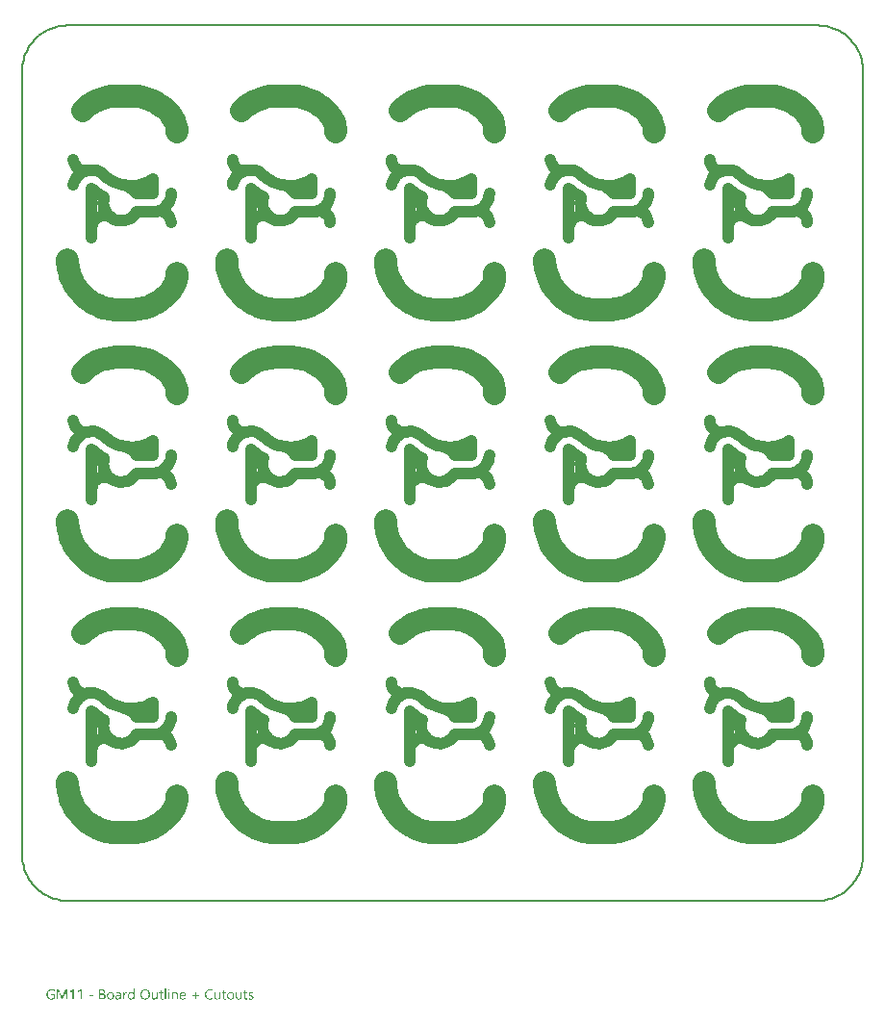
<source format=gko>
G04*
G04 #@! TF.GenerationSoftware,Altium Limited,Altium Designer,22.11.1 (43)*
G04*
G04 Layer_Color=32768*
%FSLAX44Y44*%
%MOMM*%
G71*
G04*
G04 #@! TF.SameCoordinates,A5472EDE-B7E4-43DC-9BD9-ACA13087276E*
G04*
G04*
G04 #@! TF.FilePolarity,Positive*
G04*
G01*
G75*
%ADD20C,0.2000*%
%ADD26C,1.0000*%
%ADD27C,2.0000*%
G36*
X129251Y-77556D02*
X129322Y-77571D01*
X129392Y-77595D01*
X129471Y-77634D01*
X129549Y-77681D01*
X129628Y-77744D01*
X129636Y-77752D01*
X129659Y-77775D01*
X129691Y-77815D01*
X129730Y-77870D01*
X129761Y-77940D01*
X129793Y-78019D01*
X129816Y-78113D01*
X129824Y-78215D01*
X129824Y-78231D01*
X129824Y-78262D01*
X129816Y-78309D01*
X129801Y-78380D01*
X129777Y-78450D01*
X129738Y-78529D01*
X129691Y-78607D01*
X129628Y-78686D01*
X129620Y-78694D01*
X129596Y-78717D01*
X129549Y-78749D01*
X129494Y-78780D01*
X129424Y-78811D01*
X129345Y-78843D01*
X129259Y-78866D01*
X129157Y-78874D01*
X129110Y-78874D01*
X129063Y-78866D01*
X128992Y-78851D01*
X128921Y-78827D01*
X128843Y-78796D01*
X128764Y-78756D01*
X128686Y-78694D01*
X128678Y-78686D01*
X128655Y-78662D01*
X128623Y-78615D01*
X128592Y-78560D01*
X128560Y-78497D01*
X128529Y-78411D01*
X128505Y-78317D01*
X128498Y-78215D01*
X128498Y-78199D01*
X128498Y-78168D01*
X128505Y-78113D01*
X128521Y-78050D01*
X128545Y-77972D01*
X128576Y-77893D01*
X128623Y-77815D01*
X128686Y-77744D01*
X128694Y-77736D01*
X128717Y-77712D01*
X128764Y-77681D01*
X128819Y-77642D01*
X128890Y-77611D01*
X128968Y-77579D01*
X129055Y-77556D01*
X129157Y-77548D01*
X129204Y-77548D01*
X129251Y-77556D01*
X129251Y-77556D02*
G37*
G36*
X165621Y-77799D02*
X165731Y-77799D01*
X165857Y-77807D01*
X165990Y-77822D01*
X166147Y-77838D01*
X166312Y-77854D01*
X166477Y-77877D01*
X166830Y-77948D01*
X167183Y-78034D01*
X167348Y-78097D01*
X167513Y-78160D01*
X167513Y-79274D01*
X167505Y-79267D01*
X167466Y-79251D01*
X167419Y-79227D01*
X167348Y-79188D01*
X167254Y-79149D01*
X167144Y-79102D01*
X167026Y-79055D01*
X166885Y-79008D01*
X166736Y-78960D01*
X166571Y-78906D01*
X166399Y-78866D01*
X166210Y-78827D01*
X166022Y-78788D01*
X165818Y-78764D01*
X165606Y-78749D01*
X165394Y-78741D01*
X165323Y-78741D01*
X165245Y-78749D01*
X165143Y-78756D01*
X165009Y-78772D01*
X164860Y-78796D01*
X164688Y-78827D01*
X164507Y-78866D01*
X164311Y-78921D01*
X164107Y-78992D01*
X163903Y-79078D01*
X163691Y-79172D01*
X163487Y-79290D01*
X163283Y-79431D01*
X163086Y-79588D01*
X162898Y-79769D01*
X162890Y-79777D01*
X162859Y-79816D01*
X162812Y-79871D01*
X162749Y-79957D01*
X162678Y-80059D01*
X162600Y-80185D01*
X162513Y-80334D01*
X162427Y-80499D01*
X162333Y-80679D01*
X162247Y-80891D01*
X162168Y-81111D01*
X162097Y-81354D01*
X162035Y-81621D01*
X161988Y-81896D01*
X161956Y-82194D01*
X161948Y-82508D01*
X161948Y-82516D01*
X161948Y-82524D01*
X161948Y-82547D01*
X161948Y-82579D01*
X161948Y-82618D01*
X161956Y-82665D01*
X161964Y-82775D01*
X161972Y-82916D01*
X161995Y-83073D01*
X162019Y-83254D01*
X162058Y-83442D01*
X162105Y-83646D01*
X162168Y-83858D01*
X162239Y-84078D01*
X162325Y-84298D01*
X162427Y-84509D01*
X162545Y-84721D01*
X162678Y-84925D01*
X162835Y-85114D01*
X162843Y-85122D01*
X162875Y-85153D01*
X162929Y-85200D01*
X163000Y-85263D01*
X163086Y-85333D01*
X163196Y-85420D01*
X163322Y-85506D01*
X163463Y-85592D01*
X163628Y-85687D01*
X163801Y-85773D01*
X163997Y-85851D01*
X164201Y-85930D01*
X164429Y-85993D01*
X164664Y-86040D01*
X164915Y-86071D01*
X165182Y-86079D01*
X165245Y-86079D01*
X165315Y-86071D01*
X165410Y-86071D01*
X165527Y-86063D01*
X165661Y-86048D01*
X165810Y-86032D01*
X165975Y-86001D01*
X166155Y-85969D01*
X166343Y-85930D01*
X166532Y-85883D01*
X166728Y-85828D01*
X166932Y-85757D01*
X167128Y-85679D01*
X167325Y-85585D01*
X167513Y-85483D01*
X167513Y-86495D01*
X167505Y-86503D01*
X167466Y-86519D01*
X167411Y-86542D01*
X167332Y-86574D01*
X167238Y-86613D01*
X167120Y-86660D01*
X166987Y-86707D01*
X166830Y-86754D01*
X166658Y-86801D01*
X166477Y-86848D01*
X166273Y-86895D01*
X166053Y-86935D01*
X165818Y-86966D01*
X165574Y-86990D01*
X165315Y-87005D01*
X165049Y-87013D01*
X164962Y-87013D01*
X164923Y-87005D01*
X164868Y-87005D01*
X164805Y-86997D01*
X164735Y-86997D01*
X164570Y-86974D01*
X164381Y-86950D01*
X164177Y-86911D01*
X163950Y-86856D01*
X163714Y-86793D01*
X163463Y-86715D01*
X163212Y-86613D01*
X162953Y-86495D01*
X162702Y-86354D01*
X162458Y-86189D01*
X162215Y-86001D01*
X161995Y-85789D01*
X161980Y-85773D01*
X161948Y-85734D01*
X161893Y-85663D01*
X161815Y-85569D01*
X161729Y-85443D01*
X161634Y-85294D01*
X161532Y-85122D01*
X161423Y-84925D01*
X161313Y-84706D01*
X161210Y-84462D01*
X161116Y-84203D01*
X161030Y-83913D01*
X160959Y-83607D01*
X160897Y-83285D01*
X160865Y-82932D01*
X160849Y-82571D01*
X160849Y-82563D01*
X160849Y-82547D01*
X160849Y-82516D01*
X160849Y-82477D01*
X160857Y-82422D01*
X160857Y-82367D01*
X160865Y-82296D01*
X160873Y-82218D01*
X160881Y-82131D01*
X160889Y-82037D01*
X160920Y-81825D01*
X160959Y-81590D01*
X161014Y-81339D01*
X161077Y-81072D01*
X161164Y-80789D01*
X161266Y-80499D01*
X161391Y-80216D01*
X161540Y-79926D01*
X161713Y-79643D01*
X161909Y-79376D01*
X162137Y-79117D01*
X162152Y-79102D01*
X162199Y-79062D01*
X162270Y-78992D01*
X162372Y-78913D01*
X162498Y-78811D01*
X162647Y-78694D01*
X162827Y-78576D01*
X163031Y-78450D01*
X163251Y-78333D01*
X163502Y-78207D01*
X163769Y-78097D01*
X164060Y-77995D01*
X164373Y-77917D01*
X164695Y-77846D01*
X165049Y-77807D01*
X165410Y-77791D01*
X165535Y-77791D01*
X165621Y-77799D01*
X165621Y-77799D02*
G37*
G36*
X26144Y-77799D02*
X26270Y-77807D01*
X26419Y-77815D01*
X26576Y-77830D01*
X26756Y-77854D01*
X26944Y-77877D01*
X27141Y-77909D01*
X27345Y-77948D01*
X27549Y-77995D01*
X27753Y-78050D01*
X27957Y-78113D01*
X28161Y-78183D01*
X28349Y-78270D01*
X28349Y-79423D01*
X28334Y-79416D01*
X28302Y-79392D01*
X28240Y-79361D01*
X28161Y-79314D01*
X28051Y-79267D01*
X27926Y-79204D01*
X27784Y-79149D01*
X27620Y-79078D01*
X27447Y-79015D01*
X27251Y-78953D01*
X27039Y-78898D01*
X26811Y-78851D01*
X26568Y-78804D01*
X26317Y-78772D01*
X26058Y-78749D01*
X25783Y-78741D01*
X25720Y-78741D01*
X25642Y-78749D01*
X25532Y-78756D01*
X25406Y-78772D01*
X25257Y-78796D01*
X25092Y-78827D01*
X24912Y-78866D01*
X24723Y-78921D01*
X24527Y-78992D01*
X24323Y-79078D01*
X24111Y-79180D01*
X23907Y-79298D01*
X23711Y-79431D01*
X23515Y-79596D01*
X23326Y-79777D01*
X23319Y-79785D01*
X23287Y-79824D01*
X23240Y-79879D01*
X23177Y-79965D01*
X23107Y-80067D01*
X23020Y-80185D01*
X22934Y-80334D01*
X22848Y-80499D01*
X22761Y-80679D01*
X22675Y-80883D01*
X22589Y-81103D01*
X22518Y-81339D01*
X22455Y-81590D01*
X22408Y-81857D01*
X22377Y-82147D01*
X22369Y-82445D01*
X22369Y-82453D01*
X22369Y-82461D01*
X22369Y-82485D01*
X22369Y-82516D01*
X22369Y-82563D01*
X22377Y-82610D01*
X22385Y-82728D01*
X22392Y-82869D01*
X22416Y-83034D01*
X22439Y-83214D01*
X22479Y-83411D01*
X22526Y-83623D01*
X22589Y-83842D01*
X22659Y-84062D01*
X22745Y-84290D01*
X22848Y-84509D01*
X22965Y-84721D01*
X23099Y-84925D01*
X23256Y-85114D01*
X23264Y-85122D01*
X23295Y-85153D01*
X23350Y-85200D01*
X23421Y-85263D01*
X23507Y-85333D01*
X23617Y-85420D01*
X23742Y-85506D01*
X23891Y-85592D01*
X24056Y-85687D01*
X24237Y-85773D01*
X24433Y-85851D01*
X24653Y-85930D01*
X24880Y-85993D01*
X25131Y-86040D01*
X25391Y-86071D01*
X25673Y-86079D01*
X25775Y-86079D01*
X25846Y-86071D01*
X25940Y-86063D01*
X26042Y-86056D01*
X26160Y-86048D01*
X26293Y-86024D01*
X26426Y-86009D01*
X26576Y-85977D01*
X26874Y-85906D01*
X27031Y-85859D01*
X27180Y-85797D01*
X27329Y-85734D01*
X27478Y-85663D01*
X27478Y-83160D01*
X25524Y-83160D01*
X25524Y-82210D01*
X28530Y-82210D01*
X28530Y-86260D01*
X28514Y-86267D01*
X28467Y-86291D01*
X28396Y-86330D01*
X28294Y-86377D01*
X28169Y-86432D01*
X28020Y-86495D01*
X27847Y-86566D01*
X27651Y-86636D01*
X27439Y-86707D01*
X27204Y-86778D01*
X26960Y-86840D01*
X26701Y-86895D01*
X26426Y-86943D01*
X26136Y-86982D01*
X25846Y-87005D01*
X25540Y-87013D01*
X25453Y-87013D01*
X25414Y-87005D01*
X25359Y-87005D01*
X25296Y-86997D01*
X25226Y-86997D01*
X25061Y-86974D01*
X24873Y-86950D01*
X24669Y-86911D01*
X24441Y-86856D01*
X24197Y-86793D01*
X23946Y-86715D01*
X23687Y-86613D01*
X23428Y-86495D01*
X23169Y-86354D01*
X22918Y-86189D01*
X22675Y-86001D01*
X22447Y-85789D01*
X22432Y-85773D01*
X22400Y-85734D01*
X22337Y-85663D01*
X22267Y-85561D01*
X22173Y-85443D01*
X22078Y-85294D01*
X21969Y-85114D01*
X21859Y-84918D01*
X21749Y-84698D01*
X21639Y-84447D01*
X21545Y-84180D01*
X21451Y-83889D01*
X21380Y-83583D01*
X21317Y-83246D01*
X21286Y-82893D01*
X21270Y-82524D01*
X21270Y-82516D01*
X21270Y-82500D01*
X21270Y-82469D01*
X21270Y-82430D01*
X21278Y-82382D01*
X21278Y-82320D01*
X21286Y-82257D01*
X21294Y-82178D01*
X21301Y-82092D01*
X21309Y-82006D01*
X21341Y-81802D01*
X21380Y-81566D01*
X21435Y-81323D01*
X21505Y-81056D01*
X21592Y-80781D01*
X21694Y-80499D01*
X21819Y-80216D01*
X21976Y-79934D01*
X22149Y-79651D01*
X22353Y-79384D01*
X22581Y-79125D01*
X22596Y-79110D01*
X22643Y-79070D01*
X22714Y-79000D01*
X22816Y-78913D01*
X22950Y-78819D01*
X23099Y-78702D01*
X23279Y-78584D01*
X23491Y-78458D01*
X23719Y-78333D01*
X23970Y-78215D01*
X24237Y-78097D01*
X24535Y-78003D01*
X24849Y-77917D01*
X25179Y-77846D01*
X25532Y-77807D01*
X25901Y-77791D01*
X26042Y-77791D01*
X26144Y-77799D01*
X26144Y-77799D02*
G37*
G36*
X98853Y-86864D02*
X97833Y-86864D01*
X97833Y-85789D01*
X97810Y-85789D01*
X97802Y-85805D01*
X97778Y-85844D01*
X97731Y-85899D01*
X97676Y-85977D01*
X97598Y-86071D01*
X97511Y-86173D01*
X97401Y-86283D01*
X97268Y-86401D01*
X97127Y-86519D01*
X96962Y-86629D01*
X96781Y-86731D01*
X96585Y-86825D01*
X96373Y-86903D01*
X96138Y-86958D01*
X95887Y-86997D01*
X95620Y-87013D01*
X95565Y-87013D01*
X95502Y-87005D01*
X95424Y-86997D01*
X95322Y-86990D01*
X95204Y-86966D01*
X95070Y-86943D01*
X94929Y-86903D01*
X94780Y-86864D01*
X94623Y-86801D01*
X94466Y-86738D01*
X94301Y-86652D01*
X94144Y-86558D01*
X93987Y-86440D01*
X93838Y-86307D01*
X93697Y-86158D01*
X93689Y-86150D01*
X93666Y-86118D01*
X93634Y-86071D01*
X93587Y-86001D01*
X93532Y-85914D01*
X93469Y-85812D01*
X93406Y-85687D01*
X93344Y-85545D01*
X93273Y-85388D01*
X93210Y-85216D01*
X93147Y-85020D01*
X93092Y-84816D01*
X93046Y-84596D01*
X93014Y-84353D01*
X92991Y-84101D01*
X92983Y-83834D01*
X92983Y-83827D01*
X92983Y-83819D01*
X92983Y-83795D01*
X92983Y-83764D01*
X92991Y-83685D01*
X92998Y-83575D01*
X93006Y-83434D01*
X93022Y-83285D01*
X93046Y-83112D01*
X93085Y-82924D01*
X93124Y-82728D01*
X93179Y-82516D01*
X93242Y-82312D01*
X93320Y-82092D01*
X93406Y-81888D01*
X93516Y-81684D01*
X93634Y-81488D01*
X93775Y-81299D01*
X93783Y-81292D01*
X93815Y-81260D01*
X93862Y-81213D01*
X93925Y-81150D01*
X94003Y-81080D01*
X94097Y-80993D01*
X94215Y-80907D01*
X94340Y-80821D01*
X94490Y-80734D01*
X94647Y-80648D01*
X94819Y-80562D01*
X95008Y-80491D01*
X95212Y-80428D01*
X95431Y-80381D01*
X95659Y-80350D01*
X95902Y-80342D01*
X95957Y-80342D01*
X96028Y-80350D01*
X96114Y-80358D01*
X96224Y-80373D01*
X96350Y-80397D01*
X96483Y-80428D01*
X96632Y-80467D01*
X96789Y-80522D01*
X96946Y-80593D01*
X97103Y-80679D01*
X97260Y-80781D01*
X97409Y-80899D01*
X97558Y-81032D01*
X97692Y-81197D01*
X97810Y-81378D01*
X97833Y-81378D01*
X97833Y-77430D01*
X98853Y-77430D01*
X98853Y-86864D01*
X98853Y-86864D02*
G37*
G36*
X134957Y-80350D02*
X135028Y-80350D01*
X135114Y-80365D01*
X135216Y-80381D01*
X135326Y-80397D01*
X135444Y-80428D01*
X135569Y-80460D01*
X135703Y-80507D01*
X135836Y-80562D01*
X135969Y-80632D01*
X136095Y-80711D01*
X136221Y-80797D01*
X136338Y-80907D01*
X136448Y-81025D01*
X136456Y-81032D01*
X136472Y-81056D01*
X136503Y-81095D01*
X136535Y-81150D01*
X136574Y-81221D01*
X136621Y-81307D01*
X136676Y-81409D01*
X136731Y-81519D01*
X136778Y-81652D01*
X136833Y-81794D01*
X136880Y-81959D01*
X136919Y-82131D01*
X136951Y-82320D01*
X136982Y-82524D01*
X136998Y-82736D01*
X137006Y-82971D01*
X137006Y-86864D01*
X135985Y-86864D01*
X135985Y-83230D01*
X135985Y-83222D01*
X135985Y-83207D01*
X135985Y-83183D01*
X135985Y-83144D01*
X135977Y-83097D01*
X135977Y-83042D01*
X135962Y-82916D01*
X135938Y-82759D01*
X135907Y-82586D01*
X135860Y-82406D01*
X135797Y-82218D01*
X135718Y-82029D01*
X135624Y-81849D01*
X135506Y-81676D01*
X135357Y-81519D01*
X135192Y-81393D01*
X135098Y-81339D01*
X134988Y-81292D01*
X134879Y-81252D01*
X134761Y-81229D01*
X134635Y-81213D01*
X134502Y-81205D01*
X134431Y-81205D01*
X134376Y-81213D01*
X134313Y-81221D01*
X134235Y-81237D01*
X134149Y-81252D01*
X134062Y-81276D01*
X133960Y-81307D01*
X133858Y-81346D01*
X133756Y-81393D01*
X133646Y-81448D01*
X133544Y-81519D01*
X133434Y-81598D01*
X133332Y-81684D01*
X133238Y-81786D01*
X133230Y-81794D01*
X133215Y-81810D01*
X133191Y-81841D01*
X133160Y-81888D01*
X133120Y-81943D01*
X133081Y-82014D01*
X133034Y-82092D01*
X132987Y-82178D01*
X132940Y-82280D01*
X132893Y-82390D01*
X132854Y-82508D01*
X132814Y-82634D01*
X132783Y-82775D01*
X132759Y-82916D01*
X132744Y-83073D01*
X132736Y-83230D01*
X132736Y-86864D01*
X131715Y-86864D01*
X131715Y-80491D01*
X132736Y-80491D01*
X132736Y-81551D01*
X132759Y-81551D01*
X132767Y-81535D01*
X132791Y-81496D01*
X132838Y-81441D01*
X132893Y-81362D01*
X132971Y-81268D01*
X133058Y-81166D01*
X133167Y-81056D01*
X133293Y-80946D01*
X133434Y-80836D01*
X133591Y-80726D01*
X133764Y-80624D01*
X133945Y-80530D01*
X134149Y-80452D01*
X134368Y-80397D01*
X134604Y-80358D01*
X134855Y-80342D01*
X134902Y-80342D01*
X134957Y-80350D01*
X134957Y-80350D02*
G37*
G36*
X201921Y-80350D02*
X201992Y-80350D01*
X202078Y-80358D01*
X202172Y-80365D01*
X202274Y-80381D01*
X202510Y-80413D01*
X202753Y-80467D01*
X203012Y-80538D01*
X203263Y-80632D01*
X203263Y-81668D01*
X203256Y-81660D01*
X203232Y-81645D01*
X203193Y-81629D01*
X203138Y-81598D01*
X203075Y-81558D01*
X202997Y-81519D01*
X202902Y-81480D01*
X202800Y-81433D01*
X202683Y-81393D01*
X202565Y-81354D01*
X202431Y-81315D01*
X202290Y-81276D01*
X202133Y-81244D01*
X201976Y-81229D01*
X201819Y-81213D01*
X201646Y-81205D01*
X201544Y-81205D01*
X201474Y-81213D01*
X201395Y-81221D01*
X201309Y-81237D01*
X201129Y-81276D01*
X201121Y-81276D01*
X201089Y-81284D01*
X201050Y-81299D01*
X200995Y-81323D01*
X200870Y-81378D01*
X200736Y-81456D01*
X200728Y-81464D01*
X200713Y-81480D01*
X200681Y-81503D01*
X200642Y-81535D01*
X200556Y-81621D01*
X200477Y-81739D01*
X200477Y-81747D01*
X200461Y-81770D01*
X200453Y-81802D01*
X200438Y-81849D01*
X200422Y-81896D01*
X200406Y-81959D01*
X200399Y-82029D01*
X200391Y-82100D01*
X200391Y-82108D01*
X200391Y-82139D01*
X200399Y-82186D01*
X200399Y-82249D01*
X200414Y-82312D01*
X200430Y-82382D01*
X200446Y-82453D01*
X200477Y-82524D01*
X200485Y-82532D01*
X200493Y-82555D01*
X200516Y-82586D01*
X200548Y-82626D01*
X200587Y-82665D01*
X200626Y-82720D01*
X200744Y-82822D01*
X200752Y-82830D01*
X200775Y-82845D01*
X200815Y-82869D01*
X200862Y-82900D01*
X200924Y-82932D01*
X200995Y-82971D01*
X201081Y-83018D01*
X201168Y-83057D01*
X201176Y-83065D01*
X201215Y-83073D01*
X201262Y-83097D01*
X201333Y-83120D01*
X201419Y-83160D01*
X201513Y-83199D01*
X201615Y-83238D01*
X201733Y-83285D01*
X201741Y-83285D01*
X201749Y-83293D01*
X201772Y-83301D01*
X201803Y-83309D01*
X201882Y-83340D01*
X201984Y-83387D01*
X202102Y-83434D01*
X202235Y-83489D01*
X202369Y-83552D01*
X202494Y-83615D01*
X202502Y-83615D01*
X202510Y-83623D01*
X202549Y-83646D01*
X202612Y-83678D01*
X202690Y-83725D01*
X202785Y-83787D01*
X202879Y-83850D01*
X202973Y-83929D01*
X203067Y-84007D01*
X203075Y-84015D01*
X203106Y-84046D01*
X203146Y-84086D01*
X203201Y-84148D01*
X203256Y-84219D01*
X203318Y-84305D01*
X203373Y-84400D01*
X203428Y-84502D01*
X203436Y-84517D01*
X203452Y-84549D01*
X203467Y-84612D01*
X203491Y-84690D01*
X203514Y-84784D01*
X203538Y-84894D01*
X203546Y-85020D01*
X203554Y-85161D01*
X203554Y-85169D01*
X203554Y-85184D01*
X203554Y-85208D01*
X203554Y-85239D01*
X203546Y-85326D01*
X203530Y-85443D01*
X203499Y-85569D01*
X203467Y-85710D01*
X203412Y-85851D01*
X203342Y-85985D01*
X203334Y-86001D01*
X203303Y-86040D01*
X203256Y-86103D01*
X203193Y-86189D01*
X203114Y-86275D01*
X203020Y-86377D01*
X202910Y-86472D01*
X202785Y-86566D01*
X202769Y-86574D01*
X202722Y-86605D01*
X202651Y-86644D01*
X202557Y-86691D01*
X202439Y-86746D01*
X202298Y-86801D01*
X202149Y-86856D01*
X201984Y-86903D01*
X201976Y-86903D01*
X201961Y-86911D01*
X201937Y-86911D01*
X201905Y-86919D01*
X201866Y-86927D01*
X201819Y-86935D01*
X201702Y-86958D01*
X201552Y-86982D01*
X201395Y-86997D01*
X201223Y-87005D01*
X201034Y-87013D01*
X200940Y-87013D01*
X200870Y-87005D01*
X200783Y-87005D01*
X200689Y-86990D01*
X200571Y-86982D01*
X200453Y-86966D01*
X200320Y-86943D01*
X200187Y-86919D01*
X199904Y-86856D01*
X199614Y-86762D01*
X199473Y-86699D01*
X199331Y-86636D01*
X199331Y-85545D01*
X199339Y-85553D01*
X199370Y-85569D01*
X199417Y-85600D01*
X199480Y-85640D01*
X199559Y-85687D01*
X199645Y-85742D01*
X199755Y-85797D01*
X199873Y-85851D01*
X200006Y-85906D01*
X200147Y-85961D01*
X200297Y-86016D01*
X200453Y-86063D01*
X200626Y-86103D01*
X200799Y-86134D01*
X200979Y-86150D01*
X201168Y-86158D01*
X201223Y-86158D01*
X201293Y-86150D01*
X201380Y-86142D01*
X201482Y-86126D01*
X201592Y-86110D01*
X201717Y-86079D01*
X201843Y-86048D01*
X201961Y-86001D01*
X202086Y-85938D01*
X202196Y-85867D01*
X202298Y-85781D01*
X202384Y-85679D01*
X202455Y-85561D01*
X202494Y-85420D01*
X202510Y-85341D01*
X202510Y-85263D01*
X202510Y-85255D01*
X202510Y-85216D01*
X202502Y-85169D01*
X202494Y-85114D01*
X202479Y-85043D01*
X202463Y-84972D01*
X202431Y-84902D01*
X202392Y-84831D01*
X202384Y-84823D01*
X202369Y-84800D01*
X202345Y-84768D01*
X202314Y-84721D01*
X202267Y-84674D01*
X202220Y-84619D01*
X202157Y-84572D01*
X202086Y-84517D01*
X202078Y-84509D01*
X202055Y-84494D01*
X202008Y-84470D01*
X201953Y-84431D01*
X201890Y-84392D01*
X201811Y-84353D01*
X201717Y-84313D01*
X201623Y-84274D01*
X201607Y-84266D01*
X201576Y-84258D01*
X201521Y-84235D01*
X201450Y-84203D01*
X201372Y-84164D01*
X201270Y-84125D01*
X201168Y-84086D01*
X201058Y-84038D01*
X201050Y-84038D01*
X201042Y-84031D01*
X201019Y-84023D01*
X200987Y-84007D01*
X200909Y-83976D01*
X200807Y-83937D01*
X200689Y-83882D01*
X200563Y-83827D01*
X200438Y-83764D01*
X200312Y-83701D01*
X200297Y-83693D01*
X200257Y-83670D01*
X200202Y-83638D01*
X200124Y-83591D01*
X200038Y-83528D01*
X199951Y-83466D01*
X199857Y-83395D01*
X199771Y-83316D01*
X199763Y-83309D01*
X199739Y-83277D01*
X199700Y-83238D01*
X199653Y-83175D01*
X199598Y-83104D01*
X199543Y-83018D01*
X199496Y-82932D01*
X199449Y-82830D01*
X199441Y-82814D01*
X199433Y-82783D01*
X199417Y-82720D01*
X199402Y-82649D01*
X199378Y-82555D01*
X199363Y-82445D01*
X199355Y-82320D01*
X199347Y-82186D01*
X199347Y-82178D01*
X199347Y-82163D01*
X199347Y-82139D01*
X199347Y-82108D01*
X199355Y-82029D01*
X199370Y-81919D01*
X199394Y-81794D01*
X199433Y-81660D01*
X199480Y-81527D01*
X199551Y-81393D01*
X199551Y-81386D01*
X199559Y-81378D01*
X199590Y-81339D01*
X199637Y-81276D01*
X199692Y-81189D01*
X199771Y-81103D01*
X199865Y-81009D01*
X199975Y-80907D01*
X200093Y-80821D01*
X200100Y-80821D01*
X200108Y-80813D01*
X200155Y-80781D01*
X200226Y-80742D01*
X200320Y-80687D01*
X200438Y-80632D01*
X200571Y-80569D01*
X200720Y-80514D01*
X200877Y-80467D01*
X200885Y-80467D01*
X200901Y-80460D01*
X200924Y-80452D01*
X200956Y-80444D01*
X200995Y-80436D01*
X201042Y-80428D01*
X201152Y-80405D01*
X201293Y-80381D01*
X201443Y-80358D01*
X201607Y-80350D01*
X201780Y-80342D01*
X201858Y-80342D01*
X201921Y-80350D01*
X201921Y-80350D02*
G37*
G36*
X91837Y-80389D02*
X91923Y-80389D01*
X92017Y-80405D01*
X92119Y-80420D01*
X92221Y-80436D01*
X92308Y-80467D01*
X92308Y-81527D01*
X92292Y-81519D01*
X92261Y-81496D01*
X92198Y-81464D01*
X92112Y-81425D01*
X91994Y-81386D01*
X91868Y-81354D01*
X91711Y-81331D01*
X91531Y-81323D01*
X91468Y-81323D01*
X91421Y-81331D01*
X91366Y-81339D01*
X91303Y-81354D01*
X91154Y-81401D01*
X91068Y-81433D01*
X90981Y-81472D01*
X90887Y-81527D01*
X90793Y-81582D01*
X90707Y-81652D01*
X90612Y-81739D01*
X90526Y-81833D01*
X90440Y-81943D01*
X90432Y-81951D01*
X90424Y-81974D01*
X90400Y-82006D01*
X90369Y-82053D01*
X90338Y-82116D01*
X90298Y-82194D01*
X90259Y-82280D01*
X90220Y-82382D01*
X90181Y-82492D01*
X90141Y-82618D01*
X90102Y-82759D01*
X90071Y-82908D01*
X90039Y-83073D01*
X90016Y-83246D01*
X90008Y-83426D01*
X90000Y-83623D01*
X90000Y-86864D01*
X88980Y-86864D01*
X88980Y-80491D01*
X90000Y-80491D01*
X90000Y-81810D01*
X90024Y-81810D01*
X90024Y-81802D01*
X90032Y-81778D01*
X90047Y-81747D01*
X90063Y-81700D01*
X90086Y-81645D01*
X90118Y-81574D01*
X90189Y-81425D01*
X90283Y-81252D01*
X90400Y-81080D01*
X90534Y-80915D01*
X90691Y-80758D01*
X90699Y-80750D01*
X90714Y-80742D01*
X90738Y-80726D01*
X90769Y-80695D01*
X90809Y-80672D01*
X90864Y-80640D01*
X90981Y-80569D01*
X91130Y-80499D01*
X91303Y-80436D01*
X91491Y-80397D01*
X91594Y-80389D01*
X91695Y-80381D01*
X91758Y-80381D01*
X91837Y-80389D01*
X91837Y-80389D02*
G37*
G36*
X62397Y-83717D02*
X58998Y-83717D01*
X58998Y-82916D01*
X62397Y-82916D01*
X62397Y-83717D01*
X62397Y-83717D02*
G37*
G36*
X39699Y-86864D02*
X38655Y-86864D01*
X38655Y-80883D01*
X38655Y-80876D01*
X38655Y-80852D01*
X38655Y-80813D01*
X38655Y-80758D01*
X38655Y-80687D01*
X38663Y-80601D01*
X38663Y-80507D01*
X38670Y-80397D01*
X38670Y-80279D01*
X38678Y-80146D01*
X38686Y-80004D01*
X38694Y-79847D01*
X38702Y-79682D01*
X38717Y-79510D01*
X38733Y-79329D01*
X38749Y-79141D01*
X38717Y-79141D01*
X38717Y-79149D01*
X38710Y-79165D01*
X38702Y-79196D01*
X38694Y-79243D01*
X38678Y-79290D01*
X38663Y-79345D01*
X38631Y-79479D01*
X38584Y-79620D01*
X38545Y-79761D01*
X38498Y-79894D01*
X38474Y-79957D01*
X38451Y-80012D01*
X35405Y-86864D01*
X34895Y-86864D01*
X31850Y-80059D01*
X31842Y-80044D01*
X31826Y-80004D01*
X31803Y-79934D01*
X31764Y-79832D01*
X31724Y-79706D01*
X31685Y-79549D01*
X31630Y-79361D01*
X31583Y-79141D01*
X31560Y-79141D01*
X31560Y-79149D01*
X31560Y-79165D01*
X31567Y-79196D01*
X31567Y-79243D01*
X31567Y-79306D01*
X31575Y-79376D01*
X31575Y-79463D01*
X31583Y-79565D01*
X31591Y-79675D01*
X31591Y-79808D01*
X31599Y-79949D01*
X31599Y-80106D01*
X31599Y-80279D01*
X31607Y-80467D01*
X31607Y-80672D01*
X31607Y-80891D01*
X31607Y-86864D01*
X30602Y-86864D01*
X30602Y-77940D01*
X31983Y-77940D01*
X34722Y-84164D01*
X34722Y-84172D01*
X34738Y-84195D01*
X34754Y-84235D01*
X34770Y-84282D01*
X34801Y-84345D01*
X34825Y-84407D01*
X34895Y-84572D01*
X34958Y-84745D01*
X35029Y-84925D01*
X35083Y-85090D01*
X35107Y-85169D01*
X35131Y-85239D01*
X35170Y-85239D01*
X35170Y-85232D01*
X35186Y-85208D01*
X35193Y-85169D01*
X35217Y-85122D01*
X35240Y-85059D01*
X35264Y-84988D01*
X35327Y-84823D01*
X35390Y-84643D01*
X35460Y-84462D01*
X35531Y-84290D01*
X35562Y-84211D01*
X35594Y-84141D01*
X38388Y-77940D01*
X39699Y-77940D01*
X39699Y-86864D01*
X39699Y-86864D02*
G37*
G36*
X152836Y-82736D02*
X155348Y-82736D01*
X155348Y-83568D01*
X152836Y-83568D01*
X152836Y-86079D01*
X152004Y-86079D01*
X152004Y-83568D01*
X149493Y-83568D01*
X149493Y-82736D01*
X152004Y-82736D01*
X152004Y-80224D01*
X152836Y-80224D01*
X152836Y-82736D01*
X152836Y-82736D02*
G37*
G36*
X193343Y-86864D02*
X192322Y-86864D01*
X192322Y-85859D01*
X192299Y-85859D01*
X192291Y-85875D01*
X192267Y-85906D01*
X192228Y-85969D01*
X192181Y-86040D01*
X192111Y-86126D01*
X192024Y-86220D01*
X191930Y-86330D01*
X191812Y-86432D01*
X191687Y-86542D01*
X191537Y-86644D01*
X191381Y-86746D01*
X191200Y-86833D01*
X191004Y-86903D01*
X190800Y-86966D01*
X190572Y-86997D01*
X190329Y-87013D01*
X190274Y-87013D01*
X190235Y-87005D01*
X190180Y-87005D01*
X190117Y-86997D01*
X190046Y-86982D01*
X189976Y-86974D01*
X189803Y-86927D01*
X189607Y-86872D01*
X189403Y-86785D01*
X189301Y-86731D01*
X189191Y-86676D01*
X189081Y-86605D01*
X188979Y-86534D01*
X188877Y-86448D01*
X188775Y-86354D01*
X188673Y-86244D01*
X188579Y-86134D01*
X188492Y-86009D01*
X188406Y-85867D01*
X188335Y-85718D01*
X188265Y-85561D01*
X188202Y-85388D01*
X188147Y-85200D01*
X188108Y-84996D01*
X188076Y-84784D01*
X188061Y-84549D01*
X188053Y-84305D01*
X188053Y-80491D01*
X189065Y-80491D01*
X189065Y-84141D01*
X189065Y-84148D01*
X189065Y-84164D01*
X189065Y-84188D01*
X189065Y-84227D01*
X189073Y-84274D01*
X189073Y-84329D01*
X189089Y-84454D01*
X189112Y-84612D01*
X189144Y-84776D01*
X189199Y-84965D01*
X189261Y-85145D01*
X189340Y-85333D01*
X189442Y-85522D01*
X189568Y-85687D01*
X189717Y-85844D01*
X189897Y-85969D01*
X189991Y-86024D01*
X190101Y-86071D01*
X190219Y-86110D01*
X190337Y-86134D01*
X190470Y-86150D01*
X190611Y-86158D01*
X190682Y-86158D01*
X190737Y-86150D01*
X190800Y-86142D01*
X190870Y-86126D01*
X190957Y-86110D01*
X191043Y-86087D01*
X191137Y-86063D01*
X191239Y-86024D01*
X191341Y-85977D01*
X191443Y-85922D01*
X191545Y-85859D01*
X191647Y-85789D01*
X191742Y-85702D01*
X191836Y-85608D01*
X191844Y-85600D01*
X191859Y-85585D01*
X191883Y-85553D01*
X191914Y-85506D01*
X191946Y-85451D01*
X191993Y-85388D01*
X192032Y-85310D01*
X192079Y-85224D01*
X192126Y-85122D01*
X192165Y-85012D01*
X192213Y-84894D01*
X192244Y-84768D01*
X192275Y-84627D01*
X192299Y-84486D01*
X192315Y-84329D01*
X192322Y-84164D01*
X192322Y-80491D01*
X193343Y-80491D01*
X193343Y-86864D01*
X193343Y-86864D02*
G37*
G36*
X174341Y-86864D02*
X173321Y-86864D01*
X173321Y-85859D01*
X173297Y-85859D01*
X173290Y-85875D01*
X173266Y-85906D01*
X173227Y-85969D01*
X173180Y-86040D01*
X173109Y-86126D01*
X173023Y-86220D01*
X172929Y-86330D01*
X172811Y-86432D01*
X172685Y-86542D01*
X172536Y-86644D01*
X172379Y-86746D01*
X172199Y-86833D01*
X172002Y-86903D01*
X171798Y-86966D01*
X171571Y-86997D01*
X171327Y-87013D01*
X171273Y-87013D01*
X171233Y-87005D01*
X171178Y-87005D01*
X171115Y-86997D01*
X171045Y-86982D01*
X170974Y-86974D01*
X170802Y-86927D01*
X170605Y-86872D01*
X170401Y-86785D01*
X170299Y-86731D01*
X170189Y-86676D01*
X170079Y-86605D01*
X169977Y-86534D01*
X169875Y-86448D01*
X169773Y-86354D01*
X169671Y-86244D01*
X169577Y-86134D01*
X169491Y-86009D01*
X169405Y-85867D01*
X169334Y-85718D01*
X169263Y-85561D01*
X169200Y-85388D01*
X169146Y-85200D01*
X169106Y-84996D01*
X169075Y-84784D01*
X169059Y-84549D01*
X169051Y-84305D01*
X169051Y-80491D01*
X170064Y-80491D01*
X170064Y-84141D01*
X170064Y-84148D01*
X170064Y-84164D01*
X170064Y-84188D01*
X170064Y-84227D01*
X170072Y-84274D01*
X170072Y-84329D01*
X170087Y-84454D01*
X170111Y-84612D01*
X170142Y-84776D01*
X170197Y-84965D01*
X170260Y-85145D01*
X170338Y-85333D01*
X170441Y-85522D01*
X170566Y-85687D01*
X170715Y-85844D01*
X170896Y-85969D01*
X170990Y-86024D01*
X171100Y-86071D01*
X171217Y-86110D01*
X171335Y-86134D01*
X171469Y-86150D01*
X171610Y-86158D01*
X171681Y-86158D01*
X171735Y-86150D01*
X171798Y-86142D01*
X171869Y-86126D01*
X171955Y-86110D01*
X172042Y-86087D01*
X172136Y-86063D01*
X172238Y-86024D01*
X172340Y-85977D01*
X172442Y-85922D01*
X172544Y-85859D01*
X172646Y-85789D01*
X172740Y-85702D01*
X172834Y-85608D01*
X172842Y-85600D01*
X172858Y-85585D01*
X172881Y-85553D01*
X172913Y-85506D01*
X172944Y-85451D01*
X172991Y-85388D01*
X173030Y-85310D01*
X173078Y-85224D01*
X173125Y-85122D01*
X173164Y-85012D01*
X173211Y-84894D01*
X173242Y-84768D01*
X173274Y-84627D01*
X173297Y-84486D01*
X173313Y-84329D01*
X173321Y-84164D01*
X173321Y-80491D01*
X174341Y-80491D01*
X174341Y-86864D01*
X174341Y-86864D02*
G37*
G36*
X119173Y-86864D02*
X118153Y-86864D01*
X118153Y-85859D01*
X118130Y-85859D01*
X118122Y-85875D01*
X118098Y-85906D01*
X118059Y-85969D01*
X118012Y-86040D01*
X117941Y-86126D01*
X117855Y-86220D01*
X117761Y-86330D01*
X117643Y-86432D01*
X117517Y-86542D01*
X117368Y-86644D01*
X117211Y-86746D01*
X117031Y-86833D01*
X116835Y-86903D01*
X116630Y-86966D01*
X116403Y-86997D01*
X116160Y-87013D01*
X116105Y-87013D01*
X116065Y-87005D01*
X116011Y-87005D01*
X115948Y-86997D01*
X115877Y-86982D01*
X115806Y-86974D01*
X115634Y-86927D01*
X115437Y-86872D01*
X115233Y-86785D01*
X115131Y-86731D01*
X115021Y-86676D01*
X114912Y-86605D01*
X114810Y-86534D01*
X114708Y-86448D01*
X114606Y-86354D01*
X114503Y-86244D01*
X114409Y-86134D01*
X114323Y-86009D01*
X114237Y-85867D01*
X114166Y-85718D01*
X114095Y-85561D01*
X114033Y-85388D01*
X113978Y-85200D01*
X113938Y-84996D01*
X113907Y-84784D01*
X113891Y-84549D01*
X113883Y-84305D01*
X113883Y-80491D01*
X114896Y-80491D01*
X114896Y-84141D01*
X114896Y-84148D01*
X114896Y-84164D01*
X114896Y-84188D01*
X114896Y-84227D01*
X114904Y-84274D01*
X114904Y-84329D01*
X114920Y-84454D01*
X114943Y-84612D01*
X114974Y-84776D01*
X115029Y-84965D01*
X115092Y-85145D01*
X115171Y-85333D01*
X115273Y-85522D01*
X115398Y-85687D01*
X115547Y-85844D01*
X115728Y-85969D01*
X115822Y-86024D01*
X115932Y-86071D01*
X116050Y-86110D01*
X116167Y-86134D01*
X116301Y-86150D01*
X116442Y-86158D01*
X116513Y-86158D01*
X116568Y-86150D01*
X116630Y-86142D01*
X116701Y-86126D01*
X116788Y-86110D01*
X116874Y-86087D01*
X116968Y-86063D01*
X117070Y-86024D01*
X117172Y-85977D01*
X117274Y-85922D01*
X117376Y-85859D01*
X117478Y-85789D01*
X117572Y-85702D01*
X117667Y-85608D01*
X117674Y-85600D01*
X117690Y-85585D01*
X117714Y-85553D01*
X117745Y-85506D01*
X117776Y-85451D01*
X117823Y-85388D01*
X117863Y-85310D01*
X117910Y-85224D01*
X117957Y-85122D01*
X117996Y-85012D01*
X118043Y-84894D01*
X118075Y-84768D01*
X118106Y-84627D01*
X118130Y-84486D01*
X118145Y-84329D01*
X118153Y-84164D01*
X118153Y-80491D01*
X119173Y-80491D01*
X119173Y-86864D01*
X119173Y-86864D02*
G37*
G36*
X129651Y-86864D02*
X128631Y-86864D01*
X128631Y-80491D01*
X129651Y-80491D01*
X129651Y-86864D01*
X129651Y-86864D02*
G37*
G36*
X126567Y-86864D02*
X125547Y-86864D01*
X125547Y-77430D01*
X126567Y-77430D01*
X126567Y-86864D01*
X126567Y-86864D02*
G37*
G36*
X84907Y-80350D02*
X84961Y-80350D01*
X85016Y-80358D01*
X85087Y-80365D01*
X85166Y-80381D01*
X85330Y-80413D01*
X85527Y-80467D01*
X85723Y-80538D01*
X85935Y-80640D01*
X86146Y-80766D01*
X86249Y-80836D01*
X86351Y-80923D01*
X86445Y-81017D01*
X86539Y-81111D01*
X86625Y-81221D01*
X86704Y-81346D01*
X86782Y-81472D01*
X86853Y-81613D01*
X86908Y-81770D01*
X86963Y-81935D01*
X87002Y-82108D01*
X87033Y-82304D01*
X87049Y-82500D01*
X87057Y-82720D01*
X87057Y-86864D01*
X86037Y-86864D01*
X86037Y-85875D01*
X86013Y-85875D01*
X86005Y-85891D01*
X85982Y-85922D01*
X85942Y-85977D01*
X85887Y-86056D01*
X85817Y-86142D01*
X85731Y-86236D01*
X85636Y-86338D01*
X85519Y-86440D01*
X85385Y-86550D01*
X85244Y-86652D01*
X85079Y-86746D01*
X84907Y-86833D01*
X84710Y-86911D01*
X84506Y-86966D01*
X84286Y-86997D01*
X84051Y-87013D01*
X83957Y-87013D01*
X83894Y-87005D01*
X83815Y-86997D01*
X83721Y-86990D01*
X83619Y-86974D01*
X83509Y-86950D01*
X83266Y-86888D01*
X83148Y-86848D01*
X83023Y-86801D01*
X82897Y-86746D01*
X82780Y-86676D01*
X82670Y-86597D01*
X82560Y-86511D01*
X82552Y-86503D01*
X82536Y-86487D01*
X82513Y-86456D01*
X82473Y-86417D01*
X82434Y-86370D01*
X82395Y-86307D01*
X82340Y-86236D01*
X82293Y-86158D01*
X82246Y-86063D01*
X82199Y-85961D01*
X82152Y-85851D01*
X82112Y-85734D01*
X82073Y-85608D01*
X82050Y-85475D01*
X82034Y-85326D01*
X82026Y-85177D01*
X82026Y-85169D01*
X82026Y-85153D01*
X82026Y-85129D01*
X82034Y-85098D01*
X82034Y-85059D01*
X82042Y-85012D01*
X82057Y-84894D01*
X82089Y-84753D01*
X82136Y-84596D01*
X82199Y-84423D01*
X82293Y-84243D01*
X82403Y-84062D01*
X82536Y-83882D01*
X82622Y-83795D01*
X82709Y-83709D01*
X82811Y-83623D01*
X82913Y-83544D01*
X83031Y-83466D01*
X83156Y-83395D01*
X83290Y-83332D01*
X83439Y-83269D01*
X83596Y-83214D01*
X83761Y-83167D01*
X83941Y-83128D01*
X84129Y-83097D01*
X86037Y-82830D01*
X86037Y-82822D01*
X86037Y-82814D01*
X86037Y-82791D01*
X86037Y-82759D01*
X86029Y-82681D01*
X86013Y-82579D01*
X85997Y-82453D01*
X85966Y-82312D01*
X85927Y-82170D01*
X85872Y-82014D01*
X85801Y-81865D01*
X85715Y-81715D01*
X85613Y-81582D01*
X85487Y-81456D01*
X85330Y-81354D01*
X85158Y-81276D01*
X85063Y-81244D01*
X84954Y-81221D01*
X84844Y-81213D01*
X84726Y-81205D01*
X84671Y-81205D01*
X84616Y-81213D01*
X84530Y-81221D01*
X84428Y-81229D01*
X84310Y-81244D01*
X84177Y-81268D01*
X84035Y-81299D01*
X83878Y-81346D01*
X83714Y-81393D01*
X83541Y-81456D01*
X83360Y-81535D01*
X83180Y-81629D01*
X82999Y-81731D01*
X82819Y-81849D01*
X82646Y-81990D01*
X82646Y-80946D01*
X82654Y-80938D01*
X82685Y-80923D01*
X82740Y-80891D01*
X82811Y-80852D01*
X82905Y-80805D01*
X83007Y-80758D01*
X83133Y-80703D01*
X83274Y-80640D01*
X83423Y-80585D01*
X83588Y-80530D01*
X83768Y-80483D01*
X83957Y-80436D01*
X84161Y-80397D01*
X84365Y-80365D01*
X84585Y-80350D01*
X84812Y-80342D01*
X84867Y-80342D01*
X84907Y-80350D01*
X84907Y-80350D02*
G37*
G36*
X70591Y-77948D02*
X70685Y-77956D01*
X70795Y-77972D01*
X70920Y-77987D01*
X71062Y-78011D01*
X71203Y-78042D01*
X71352Y-78081D01*
X71509Y-78128D01*
X71658Y-78183D01*
X71815Y-78246D01*
X71956Y-78325D01*
X72098Y-78411D01*
X72231Y-78513D01*
X72239Y-78521D01*
X72262Y-78537D01*
X72294Y-78568D01*
X72333Y-78615D01*
X72388Y-78670D01*
X72443Y-78741D01*
X72506Y-78819D01*
X72568Y-78906D01*
X72631Y-79008D01*
X72694Y-79117D01*
X72749Y-79243D01*
X72804Y-79369D01*
X72843Y-79510D01*
X72875Y-79659D01*
X72898Y-79816D01*
X72906Y-79981D01*
X72906Y-79989D01*
X72906Y-80012D01*
X72906Y-80051D01*
X72898Y-80106D01*
X72890Y-80177D01*
X72882Y-80248D01*
X72875Y-80334D01*
X72859Y-80428D01*
X72804Y-80640D01*
X72733Y-80860D01*
X72686Y-80978D01*
X72631Y-81087D01*
X72568Y-81197D01*
X72498Y-81307D01*
X72490Y-81315D01*
X72482Y-81331D01*
X72459Y-81362D01*
X72419Y-81401D01*
X72380Y-81441D01*
X72333Y-81496D01*
X72270Y-81551D01*
X72207Y-81613D01*
X72129Y-81676D01*
X72043Y-81747D01*
X71948Y-81810D01*
X71846Y-81880D01*
X71736Y-81943D01*
X71627Y-81998D01*
X71368Y-82100D01*
X71368Y-82123D01*
X71375Y-82123D01*
X71407Y-82131D01*
X71454Y-82139D01*
X71517Y-82147D01*
X71595Y-82163D01*
X71682Y-82186D01*
X71784Y-82218D01*
X71886Y-82249D01*
X72113Y-82335D01*
X72239Y-82390D01*
X72357Y-82461D01*
X72474Y-82532D01*
X72592Y-82610D01*
X72710Y-82704D01*
X72812Y-82806D01*
X72820Y-82814D01*
X72835Y-82830D01*
X72859Y-82861D01*
X72898Y-82908D01*
X72937Y-82971D01*
X72984Y-83034D01*
X73032Y-83120D01*
X73087Y-83207D01*
X73134Y-83309D01*
X73181Y-83426D01*
X73228Y-83544D01*
X73267Y-83678D01*
X73306Y-83827D01*
X73330Y-83976D01*
X73345Y-84133D01*
X73353Y-84305D01*
X73353Y-84321D01*
X73353Y-84353D01*
X73345Y-84415D01*
X73338Y-84494D01*
X73330Y-84596D01*
X73306Y-84706D01*
X73283Y-84831D01*
X73251Y-84965D01*
X73204Y-85114D01*
X73149Y-85263D01*
X73087Y-85412D01*
X73008Y-85569D01*
X72914Y-85726D01*
X72804Y-85875D01*
X72678Y-86016D01*
X72529Y-86158D01*
X72521Y-86166D01*
X72490Y-86189D01*
X72443Y-86220D01*
X72380Y-86267D01*
X72302Y-86322D01*
X72200Y-86377D01*
X72090Y-86448D01*
X71964Y-86511D01*
X71815Y-86574D01*
X71658Y-86636D01*
X71493Y-86699D01*
X71305Y-86754D01*
X71109Y-86801D01*
X70905Y-86833D01*
X70685Y-86856D01*
X70457Y-86864D01*
X67859Y-86864D01*
X67859Y-77940D01*
X70504Y-77940D01*
X70591Y-77948D01*
X70591Y-77948D02*
G37*
G36*
X52248Y-86864D02*
X51228Y-86864D01*
X51228Y-79157D01*
X51220Y-79165D01*
X51205Y-79180D01*
X51181Y-79204D01*
X51142Y-79235D01*
X51095Y-79274D01*
X51032Y-79321D01*
X50961Y-79376D01*
X50883Y-79431D01*
X50875Y-79439D01*
X50844Y-79455D01*
X50796Y-79486D01*
X50734Y-79526D01*
X50655Y-79573D01*
X50569Y-79620D01*
X50467Y-79675D01*
X50365Y-79730D01*
X50349Y-79738D01*
X50318Y-79753D01*
X50263Y-79785D01*
X50184Y-79824D01*
X50098Y-79863D01*
X49996Y-79910D01*
X49886Y-79965D01*
X49768Y-80012D01*
X49753Y-80020D01*
X49713Y-80036D01*
X49651Y-80059D01*
X49572Y-80083D01*
X49478Y-80114D01*
X49376Y-80154D01*
X49156Y-80216D01*
X49156Y-79180D01*
X49164Y-79180D01*
X49172Y-79172D01*
X49219Y-79165D01*
X49282Y-79141D01*
X49376Y-79110D01*
X49478Y-79078D01*
X49604Y-79031D01*
X49729Y-78984D01*
X49870Y-78929D01*
X49878Y-78929D01*
X49886Y-78921D01*
X49933Y-78898D01*
X50012Y-78866D01*
X50106Y-78827D01*
X50216Y-78772D01*
X50341Y-78717D01*
X50608Y-78576D01*
X50616Y-78576D01*
X50624Y-78568D01*
X50671Y-78545D01*
X50742Y-78505D01*
X50836Y-78450D01*
X50938Y-78387D01*
X51055Y-78317D01*
X51299Y-78168D01*
X51315Y-78160D01*
X51354Y-78128D01*
X51417Y-78089D01*
X51487Y-78034D01*
X51574Y-77964D01*
X51668Y-77893D01*
X51762Y-77822D01*
X51856Y-77744D01*
X52248Y-77744D01*
X52248Y-86864D01*
X52248Y-86864D02*
G37*
G36*
X45381Y-86864D02*
X44361Y-86864D01*
X44361Y-79157D01*
X44353Y-79165D01*
X44337Y-79180D01*
X44314Y-79204D01*
X44274Y-79235D01*
X44227Y-79274D01*
X44164Y-79321D01*
X44094Y-79376D01*
X44015Y-79431D01*
X44007Y-79439D01*
X43976Y-79455D01*
X43929Y-79486D01*
X43866Y-79526D01*
X43788Y-79573D01*
X43701Y-79620D01*
X43599Y-79675D01*
X43497Y-79730D01*
X43481Y-79738D01*
X43450Y-79753D01*
X43395Y-79785D01*
X43317Y-79824D01*
X43230Y-79863D01*
X43128Y-79910D01*
X43018Y-79965D01*
X42901Y-80012D01*
X42885Y-80020D01*
X42846Y-80036D01*
X42783Y-80059D01*
X42705Y-80083D01*
X42610Y-80114D01*
X42508Y-80154D01*
X42289Y-80216D01*
X42289Y-79180D01*
X42296Y-79180D01*
X42304Y-79172D01*
X42351Y-79165D01*
X42414Y-79141D01*
X42508Y-79110D01*
X42610Y-79078D01*
X42736Y-79031D01*
X42861Y-78984D01*
X43003Y-78929D01*
X43011Y-78929D01*
X43018Y-78921D01*
X43066Y-78898D01*
X43144Y-78866D01*
X43238Y-78827D01*
X43348Y-78772D01*
X43474Y-78717D01*
X43741Y-78576D01*
X43748Y-78576D01*
X43756Y-78568D01*
X43803Y-78545D01*
X43874Y-78505D01*
X43968Y-78450D01*
X44070Y-78387D01*
X44188Y-78317D01*
X44431Y-78168D01*
X44447Y-78160D01*
X44486Y-78128D01*
X44549Y-78089D01*
X44620Y-78034D01*
X44706Y-77964D01*
X44800Y-77893D01*
X44894Y-77822D01*
X44988Y-77744D01*
X45381Y-77744D01*
X45381Y-86864D01*
X45381Y-86864D02*
G37*
G36*
X196749Y-80491D02*
X198358Y-80491D01*
X198358Y-81370D01*
X196749Y-81370D01*
X196749Y-84957D01*
X196749Y-84965D01*
X196749Y-84988D01*
X196749Y-85020D01*
X196749Y-85059D01*
X196757Y-85114D01*
X196765Y-85177D01*
X196780Y-85310D01*
X196804Y-85467D01*
X196843Y-85616D01*
X196898Y-85757D01*
X196929Y-85820D01*
X196969Y-85875D01*
X196977Y-85883D01*
X197008Y-85914D01*
X197063Y-85961D01*
X197141Y-86009D01*
X197243Y-86063D01*
X197369Y-86103D01*
X197518Y-86134D01*
X197691Y-86150D01*
X197754Y-86150D01*
X197824Y-86142D01*
X197918Y-86126D01*
X198020Y-86095D01*
X198138Y-86063D01*
X198248Y-86009D01*
X198358Y-85938D01*
X198358Y-86809D01*
X198350Y-86809D01*
X198342Y-86817D01*
X198319Y-86825D01*
X198295Y-86840D01*
X198209Y-86872D01*
X198107Y-86903D01*
X197966Y-86935D01*
X197801Y-86966D01*
X197612Y-86990D01*
X197400Y-86997D01*
X197330Y-86997D01*
X197243Y-86982D01*
X197141Y-86966D01*
X197016Y-86943D01*
X196875Y-86895D01*
X196718Y-86840D01*
X196569Y-86762D01*
X196411Y-86668D01*
X196255Y-86542D01*
X196113Y-86393D01*
X196050Y-86307D01*
X195988Y-86213D01*
X195933Y-86110D01*
X195886Y-86001D01*
X195839Y-85883D01*
X195799Y-85750D01*
X195768Y-85616D01*
X195744Y-85467D01*
X195737Y-85310D01*
X195729Y-85137D01*
X195729Y-81370D01*
X194638Y-81370D01*
X194638Y-80491D01*
X195729Y-80491D01*
X195729Y-78937D01*
X196749Y-78607D01*
X196749Y-80491D01*
X196749Y-80491D02*
G37*
G36*
X177747Y-80491D02*
X179356Y-80491D01*
X179356Y-81370D01*
X177747Y-81370D01*
X177747Y-84957D01*
X177747Y-84965D01*
X177747Y-84988D01*
X177747Y-85020D01*
X177747Y-85059D01*
X177755Y-85114D01*
X177763Y-85177D01*
X177779Y-85310D01*
X177803Y-85467D01*
X177842Y-85616D01*
X177897Y-85757D01*
X177928Y-85820D01*
X177967Y-85875D01*
X177975Y-85883D01*
X178007Y-85914D01*
X178062Y-85961D01*
X178140Y-86009D01*
X178242Y-86063D01*
X178368Y-86103D01*
X178517Y-86134D01*
X178689Y-86150D01*
X178752Y-86150D01*
X178823Y-86142D01*
X178917Y-86126D01*
X179019Y-86095D01*
X179137Y-86063D01*
X179247Y-86009D01*
X179356Y-85938D01*
X179356Y-86809D01*
X179349Y-86809D01*
X179341Y-86817D01*
X179317Y-86825D01*
X179294Y-86840D01*
X179207Y-86872D01*
X179105Y-86903D01*
X178964Y-86935D01*
X178799Y-86966D01*
X178611Y-86990D01*
X178399Y-86997D01*
X178328Y-86997D01*
X178242Y-86982D01*
X178140Y-86966D01*
X178014Y-86943D01*
X177873Y-86895D01*
X177716Y-86840D01*
X177567Y-86762D01*
X177410Y-86668D01*
X177253Y-86542D01*
X177112Y-86393D01*
X177049Y-86307D01*
X176986Y-86213D01*
X176931Y-86110D01*
X176884Y-86001D01*
X176837Y-85883D01*
X176798Y-85750D01*
X176766Y-85616D01*
X176743Y-85467D01*
X176735Y-85310D01*
X176727Y-85137D01*
X176727Y-81370D01*
X175636Y-81370D01*
X175636Y-80491D01*
X176727Y-80491D01*
X176727Y-78937D01*
X177747Y-78607D01*
X177747Y-80491D01*
X177747Y-80491D02*
G37*
G36*
X122580Y-80491D02*
X124189Y-80491D01*
X124189Y-81370D01*
X122580Y-81370D01*
X122580Y-84957D01*
X122580Y-84965D01*
X122580Y-84988D01*
X122580Y-85020D01*
X122580Y-85059D01*
X122588Y-85114D01*
X122595Y-85177D01*
X122611Y-85310D01*
X122635Y-85467D01*
X122674Y-85616D01*
X122729Y-85757D01*
X122760Y-85820D01*
X122800Y-85875D01*
X122807Y-85883D01*
X122839Y-85914D01*
X122894Y-85961D01*
X122972Y-86009D01*
X123074Y-86063D01*
X123200Y-86103D01*
X123349Y-86134D01*
X123522Y-86150D01*
X123584Y-86150D01*
X123655Y-86142D01*
X123749Y-86126D01*
X123851Y-86095D01*
X123969Y-86063D01*
X124079Y-86009D01*
X124189Y-85938D01*
X124189Y-86809D01*
X124181Y-86809D01*
X124173Y-86817D01*
X124150Y-86825D01*
X124126Y-86840D01*
X124040Y-86872D01*
X123938Y-86903D01*
X123796Y-86935D01*
X123631Y-86966D01*
X123443Y-86990D01*
X123231Y-86997D01*
X123160Y-86997D01*
X123074Y-86982D01*
X122972Y-86966D01*
X122847Y-86943D01*
X122705Y-86895D01*
X122548Y-86840D01*
X122399Y-86762D01*
X122242Y-86668D01*
X122085Y-86542D01*
X121944Y-86393D01*
X121881Y-86307D01*
X121818Y-86213D01*
X121763Y-86110D01*
X121716Y-86001D01*
X121669Y-85883D01*
X121630Y-85750D01*
X121599Y-85616D01*
X121575Y-85467D01*
X121567Y-85310D01*
X121559Y-85137D01*
X121559Y-81370D01*
X120469Y-81370D01*
X120469Y-80491D01*
X121559Y-80491D01*
X121559Y-78937D01*
X122580Y-78607D01*
X122580Y-80491D01*
X122580Y-80491D02*
G37*
G36*
X183665Y-80350D02*
X183767Y-80358D01*
X183885Y-80365D01*
X184026Y-80389D01*
X184176Y-80413D01*
X184340Y-80452D01*
X184521Y-80499D01*
X184701Y-80554D01*
X184882Y-80624D01*
X185070Y-80711D01*
X185251Y-80813D01*
X185431Y-80931D01*
X185596Y-81064D01*
X185753Y-81221D01*
X185761Y-81229D01*
X185784Y-81260D01*
X185824Y-81315D01*
X185879Y-81386D01*
X185942Y-81472D01*
X186004Y-81582D01*
X186083Y-81707D01*
X186153Y-81857D01*
X186232Y-82021D01*
X186303Y-82202D01*
X186365Y-82398D01*
X186428Y-82618D01*
X186483Y-82853D01*
X186522Y-83104D01*
X186546Y-83371D01*
X186554Y-83654D01*
X186554Y-83662D01*
X186554Y-83670D01*
X186554Y-83693D01*
X186554Y-83725D01*
X186546Y-83803D01*
X186538Y-83905D01*
X186530Y-84038D01*
X186507Y-84188D01*
X186483Y-84353D01*
X186444Y-84533D01*
X186397Y-84721D01*
X186342Y-84925D01*
X186271Y-85129D01*
X186193Y-85333D01*
X186091Y-85538D01*
X185973Y-85734D01*
X185840Y-85922D01*
X185690Y-86103D01*
X185683Y-86110D01*
X185651Y-86142D01*
X185604Y-86189D01*
X185533Y-86244D01*
X185447Y-86315D01*
X185345Y-86393D01*
X185219Y-86472D01*
X185078Y-86558D01*
X184921Y-86644D01*
X184748Y-86723D01*
X184560Y-86801D01*
X184356Y-86872D01*
X184128Y-86927D01*
X183893Y-86974D01*
X183650Y-87005D01*
X183383Y-87013D01*
X183320Y-87013D01*
X183249Y-87005D01*
X183147Y-86997D01*
X183030Y-86990D01*
X182888Y-86966D01*
X182739Y-86943D01*
X182574Y-86903D01*
X182394Y-86856D01*
X182213Y-86793D01*
X182025Y-86723D01*
X181837Y-86636D01*
X181648Y-86534D01*
X181460Y-86417D01*
X181287Y-86283D01*
X181122Y-86126D01*
X181115Y-86118D01*
X181083Y-86087D01*
X181044Y-86032D01*
X180989Y-85961D01*
X180926Y-85875D01*
X180856Y-85765D01*
X180785Y-85640D01*
X180707Y-85491D01*
X180628Y-85333D01*
X180550Y-85153D01*
X180479Y-84957D01*
X180416Y-84745D01*
X180361Y-84525D01*
X180322Y-84282D01*
X180291Y-84023D01*
X180283Y-83756D01*
X180283Y-83748D01*
X180283Y-83740D01*
X180283Y-83717D01*
X180283Y-83685D01*
X180291Y-83599D01*
X180298Y-83489D01*
X180306Y-83356D01*
X180330Y-83199D01*
X180353Y-83026D01*
X180392Y-82838D01*
X180440Y-82641D01*
X180495Y-82437D01*
X180565Y-82226D01*
X180651Y-82014D01*
X180754Y-81810D01*
X180863Y-81613D01*
X180997Y-81425D01*
X181154Y-81244D01*
X181162Y-81237D01*
X181193Y-81205D01*
X181248Y-81158D01*
X181319Y-81103D01*
X181405Y-81032D01*
X181515Y-80962D01*
X181640Y-80876D01*
X181782Y-80789D01*
X181939Y-80711D01*
X182119Y-80624D01*
X182315Y-80554D01*
X182527Y-80483D01*
X182755Y-80428D01*
X182998Y-80381D01*
X183257Y-80350D01*
X183532Y-80342D01*
X183595Y-80342D01*
X183665Y-80350D01*
X183665Y-80350D02*
G37*
G36*
X141550Y-80350D02*
X141636Y-80358D01*
X141746Y-80365D01*
X141864Y-80381D01*
X141997Y-80413D01*
X142139Y-80444D01*
X142295Y-80483D01*
X142452Y-80538D01*
X142609Y-80609D01*
X142774Y-80687D01*
X142931Y-80781D01*
X143080Y-80891D01*
X143229Y-81017D01*
X143363Y-81158D01*
X143371Y-81166D01*
X143394Y-81197D01*
X143426Y-81244D01*
X143473Y-81307D01*
X143520Y-81386D01*
X143583Y-81488D01*
X143645Y-81606D01*
X143708Y-81739D01*
X143771Y-81896D01*
X143834Y-82061D01*
X143897Y-82249D01*
X143944Y-82445D01*
X143991Y-82665D01*
X144022Y-82893D01*
X144046Y-83144D01*
X144053Y-83403D01*
X144053Y-83937D01*
X139548Y-83937D01*
X139548Y-83952D01*
X139548Y-83984D01*
X139556Y-84038D01*
X139564Y-84109D01*
X139572Y-84203D01*
X139588Y-84305D01*
X139603Y-84415D01*
X139635Y-84541D01*
X139705Y-84808D01*
X139753Y-84941D01*
X139807Y-85082D01*
X139870Y-85216D01*
X139941Y-85349D01*
X140027Y-85467D01*
X140121Y-85585D01*
X140129Y-85592D01*
X140145Y-85608D01*
X140176Y-85640D01*
X140223Y-85671D01*
X140278Y-85718D01*
X140349Y-85765D01*
X140428Y-85820D01*
X140514Y-85867D01*
X140616Y-85922D01*
X140734Y-85977D01*
X140851Y-86024D01*
X140993Y-86071D01*
X141134Y-86103D01*
X141291Y-86134D01*
X141456Y-86150D01*
X141628Y-86158D01*
X141675Y-86158D01*
X141730Y-86150D01*
X141809Y-86150D01*
X141903Y-86134D01*
X142013Y-86118D01*
X142139Y-86095D01*
X142280Y-86071D01*
X142429Y-86032D01*
X142586Y-85985D01*
X142751Y-85930D01*
X142915Y-85859D01*
X143088Y-85781D01*
X143261Y-85687D01*
X143434Y-85577D01*
X143606Y-85451D01*
X143606Y-86409D01*
X143598Y-86417D01*
X143567Y-86432D01*
X143520Y-86464D01*
X143457Y-86503D01*
X143371Y-86550D01*
X143269Y-86597D01*
X143151Y-86652D01*
X143018Y-86707D01*
X142860Y-86770D01*
X142696Y-86825D01*
X142515Y-86872D01*
X142319Y-86919D01*
X142107Y-86958D01*
X141879Y-86990D01*
X141636Y-87005D01*
X141385Y-87013D01*
X141322Y-87013D01*
X141259Y-87005D01*
X141165Y-86997D01*
X141047Y-86990D01*
X140914Y-86966D01*
X140773Y-86943D01*
X140616Y-86903D01*
X140451Y-86856D01*
X140278Y-86801D01*
X140098Y-86731D01*
X139925Y-86652D01*
X139745Y-86550D01*
X139580Y-86432D01*
X139415Y-86299D01*
X139266Y-86150D01*
X139258Y-86142D01*
X139235Y-86110D01*
X139195Y-86056D01*
X139148Y-85985D01*
X139085Y-85899D01*
X139023Y-85789D01*
X138952Y-85663D01*
X138881Y-85514D01*
X138811Y-85357D01*
X138740Y-85169D01*
X138677Y-84972D01*
X138614Y-84753D01*
X138567Y-84517D01*
X138528Y-84266D01*
X138504Y-83991D01*
X138497Y-83709D01*
X138497Y-83701D01*
X138497Y-83693D01*
X138497Y-83670D01*
X138497Y-83646D01*
X138504Y-83568D01*
X138512Y-83458D01*
X138520Y-83332D01*
X138544Y-83191D01*
X138567Y-83026D01*
X138599Y-82845D01*
X138646Y-82657D01*
X138701Y-82461D01*
X138771Y-82257D01*
X138850Y-82053D01*
X138944Y-81857D01*
X139062Y-81652D01*
X139187Y-81464D01*
X139337Y-81284D01*
X139344Y-81276D01*
X139376Y-81244D01*
X139423Y-81197D01*
X139486Y-81135D01*
X139572Y-81064D01*
X139674Y-80985D01*
X139784Y-80899D01*
X139917Y-80813D01*
X140059Y-80726D01*
X140223Y-80640D01*
X140396Y-80562D01*
X140577Y-80491D01*
X140773Y-80428D01*
X140985Y-80381D01*
X141205Y-80350D01*
X141432Y-80342D01*
X141487Y-80342D01*
X141550Y-80350D01*
X141550Y-80350D02*
G37*
G36*
X108421Y-77799D02*
X108476Y-77799D01*
X108531Y-77807D01*
X108601Y-77807D01*
X108758Y-77830D01*
X108939Y-77854D01*
X109143Y-77893D01*
X109363Y-77948D01*
X109590Y-78011D01*
X109834Y-78097D01*
X110077Y-78199D01*
X110328Y-78317D01*
X110579Y-78458D01*
X110815Y-78623D01*
X111050Y-78819D01*
X111270Y-79039D01*
X111286Y-79055D01*
X111317Y-79094D01*
X111372Y-79165D01*
X111450Y-79267D01*
X111529Y-79392D01*
X111631Y-79541D01*
X111733Y-79714D01*
X111835Y-79910D01*
X111937Y-80138D01*
X112039Y-80381D01*
X112141Y-80648D01*
X112227Y-80938D01*
X112298Y-81252D01*
X112353Y-81582D01*
X112384Y-81927D01*
X112400Y-82296D01*
X112400Y-82304D01*
X112400Y-82320D01*
X112400Y-82351D01*
X112400Y-82390D01*
X112392Y-82445D01*
X112392Y-82508D01*
X112384Y-82579D01*
X112384Y-82657D01*
X112377Y-82744D01*
X112369Y-82838D01*
X112337Y-83050D01*
X112306Y-83293D01*
X112259Y-83544D01*
X112196Y-83819D01*
X112118Y-84101D01*
X112023Y-84384D01*
X111913Y-84674D01*
X111780Y-84957D01*
X111623Y-85239D01*
X111443Y-85498D01*
X111238Y-85750D01*
X111223Y-85765D01*
X111184Y-85805D01*
X111121Y-85867D01*
X111027Y-85946D01*
X110909Y-86040D01*
X110768Y-86150D01*
X110611Y-86260D01*
X110422Y-86377D01*
X110210Y-86495D01*
X109975Y-86613D01*
X109724Y-86723D01*
X109449Y-86817D01*
X109151Y-86895D01*
X108837Y-86958D01*
X108499Y-86997D01*
X108146Y-87013D01*
X108060Y-87013D01*
X108021Y-87005D01*
X107966Y-87005D01*
X107903Y-86997D01*
X107832Y-86990D01*
X107667Y-86974D01*
X107487Y-86950D01*
X107275Y-86911D01*
X107055Y-86856D01*
X106812Y-86793D01*
X106569Y-86707D01*
X106317Y-86605D01*
X106058Y-86487D01*
X105807Y-86346D01*
X105564Y-86173D01*
X105321Y-85985D01*
X105101Y-85765D01*
X105085Y-85750D01*
X105054Y-85710D01*
X104999Y-85640D01*
X104920Y-85538D01*
X104834Y-85412D01*
X104740Y-85263D01*
X104638Y-85090D01*
X104536Y-84886D01*
X104426Y-84666D01*
X104324Y-84423D01*
X104230Y-84156D01*
X104143Y-83866D01*
X104065Y-83552D01*
X104010Y-83222D01*
X103979Y-82877D01*
X103963Y-82508D01*
X103963Y-82500D01*
X103963Y-82485D01*
X103963Y-82453D01*
X103963Y-82414D01*
X103971Y-82359D01*
X103971Y-82304D01*
X103979Y-82233D01*
X103979Y-82155D01*
X103986Y-82069D01*
X104002Y-81966D01*
X104026Y-81762D01*
X104057Y-81527D01*
X104112Y-81276D01*
X104167Y-81001D01*
X104245Y-80726D01*
X104340Y-80444D01*
X104450Y-80154D01*
X104583Y-79871D01*
X104740Y-79596D01*
X104920Y-79329D01*
X105125Y-79078D01*
X105140Y-79062D01*
X105179Y-79023D01*
X105242Y-78960D01*
X105336Y-78874D01*
X105454Y-78780D01*
X105603Y-78670D01*
X105768Y-78552D01*
X105956Y-78435D01*
X106176Y-78317D01*
X106412Y-78199D01*
X106671Y-78089D01*
X106953Y-77995D01*
X107259Y-77909D01*
X107581Y-77846D01*
X107926Y-77807D01*
X108295Y-77791D01*
X108374Y-77791D01*
X108421Y-77799D01*
X108421Y-77799D02*
G37*
G36*
X77976Y-80350D02*
X78078Y-80358D01*
X78196Y-80365D01*
X78337Y-80389D01*
X78486Y-80413D01*
X78651Y-80452D01*
X78832Y-80499D01*
X79012Y-80554D01*
X79193Y-80624D01*
X79381Y-80711D01*
X79562Y-80813D01*
X79742Y-80931D01*
X79907Y-81064D01*
X80064Y-81221D01*
X80072Y-81229D01*
X80095Y-81260D01*
X80134Y-81315D01*
X80190Y-81386D01*
X80252Y-81472D01*
X80315Y-81582D01*
X80393Y-81707D01*
X80464Y-81857D01*
X80543Y-82021D01*
X80613Y-82202D01*
X80676Y-82398D01*
X80739Y-82618D01*
X80794Y-82853D01*
X80833Y-83104D01*
X80857Y-83371D01*
X80864Y-83654D01*
X80864Y-83662D01*
X80864Y-83670D01*
X80864Y-83693D01*
X80864Y-83725D01*
X80857Y-83803D01*
X80849Y-83905D01*
X80841Y-84038D01*
X80817Y-84188D01*
X80794Y-84353D01*
X80755Y-84533D01*
X80708Y-84721D01*
X80653Y-84925D01*
X80582Y-85129D01*
X80503Y-85333D01*
X80401Y-85538D01*
X80284Y-85734D01*
X80150Y-85922D01*
X80001Y-86103D01*
X79993Y-86110D01*
X79962Y-86142D01*
X79915Y-86189D01*
X79844Y-86244D01*
X79758Y-86315D01*
X79656Y-86393D01*
X79530Y-86472D01*
X79389Y-86558D01*
X79232Y-86644D01*
X79059Y-86723D01*
X78871Y-86801D01*
X78667Y-86872D01*
X78439Y-86927D01*
X78204Y-86974D01*
X77960Y-87005D01*
X77694Y-87013D01*
X77631Y-87013D01*
X77560Y-87005D01*
X77458Y-86997D01*
X77340Y-86990D01*
X77199Y-86966D01*
X77050Y-86943D01*
X76885Y-86903D01*
X76705Y-86856D01*
X76524Y-86793D01*
X76336Y-86723D01*
X76147Y-86636D01*
X75959Y-86534D01*
X75771Y-86417D01*
X75598Y-86283D01*
X75433Y-86126D01*
X75425Y-86118D01*
X75394Y-86087D01*
X75355Y-86032D01*
X75300Y-85961D01*
X75237Y-85875D01*
X75166Y-85765D01*
X75096Y-85640D01*
X75017Y-85491D01*
X74939Y-85333D01*
X74860Y-85153D01*
X74790Y-84957D01*
X74727Y-84745D01*
X74672Y-84525D01*
X74633Y-84282D01*
X74601Y-84023D01*
X74593Y-83756D01*
X74593Y-83748D01*
X74593Y-83740D01*
X74593Y-83717D01*
X74593Y-83685D01*
X74601Y-83599D01*
X74609Y-83489D01*
X74617Y-83356D01*
X74640Y-83199D01*
X74664Y-83026D01*
X74703Y-82838D01*
X74750Y-82641D01*
X74805Y-82437D01*
X74876Y-82226D01*
X74962Y-82014D01*
X75064Y-81810D01*
X75174Y-81613D01*
X75308Y-81425D01*
X75465Y-81244D01*
X75472Y-81237D01*
X75504Y-81205D01*
X75559Y-81158D01*
X75629Y-81103D01*
X75716Y-81032D01*
X75826Y-80962D01*
X75951Y-80876D01*
X76093Y-80789D01*
X76249Y-80711D01*
X76430Y-80624D01*
X76626Y-80554D01*
X76838Y-80483D01*
X77066Y-80428D01*
X77309Y-80381D01*
X77568Y-80350D01*
X77843Y-80342D01*
X77906Y-80342D01*
X77976Y-80350D01*
X77976Y-80350D02*
G37*
%LPC*%
G36*
X96028Y-81205D02*
X95989Y-81205D01*
X95942Y-81213D01*
X95871Y-81213D01*
X95793Y-81229D01*
X95706Y-81244D01*
X95604Y-81260D01*
X95494Y-81292D01*
X95377Y-81323D01*
X95259Y-81370D01*
X95141Y-81425D01*
X95015Y-81496D01*
X94898Y-81574D01*
X94780Y-81660D01*
X94662Y-81770D01*
X94560Y-81888D01*
X94552Y-81896D01*
X94537Y-81919D01*
X94513Y-81959D01*
X94474Y-82014D01*
X94435Y-82084D01*
X94395Y-82170D01*
X94340Y-82265D01*
X94293Y-82382D01*
X94246Y-82508D01*
X94199Y-82649D01*
X94152Y-82806D01*
X94113Y-82971D01*
X94074Y-83160D01*
X94050Y-83348D01*
X94034Y-83560D01*
X94026Y-83779D01*
X94026Y-83795D01*
X94026Y-83827D01*
X94026Y-83889D01*
X94034Y-83960D01*
X94042Y-84054D01*
X94050Y-84164D01*
X94066Y-84282D01*
X94089Y-84415D01*
X94152Y-84690D01*
X94191Y-84839D01*
X94238Y-84980D01*
X94301Y-85122D01*
X94372Y-85263D01*
X94450Y-85396D01*
X94537Y-85522D01*
X94544Y-85530D01*
X94560Y-85545D01*
X94592Y-85577D01*
X94631Y-85624D01*
X94686Y-85671D01*
X94749Y-85726D01*
X94819Y-85781D01*
X94906Y-85836D01*
X95000Y-85899D01*
X95102Y-85954D01*
X95212Y-86009D01*
X95337Y-86056D01*
X95471Y-86095D01*
X95612Y-86126D01*
X95761Y-86150D01*
X95918Y-86158D01*
X95957Y-86158D01*
X96004Y-86150D01*
X96059Y-86150D01*
X96130Y-86142D01*
X96216Y-86126D01*
X96311Y-86103D01*
X96412Y-86079D01*
X96522Y-86048D01*
X96632Y-86009D01*
X96750Y-85961D01*
X96860Y-85899D01*
X96978Y-85828D01*
X97087Y-85750D01*
X97197Y-85655D01*
X97299Y-85545D01*
X97307Y-85538D01*
X97323Y-85514D01*
X97346Y-85483D01*
X97386Y-85436D01*
X97425Y-85373D01*
X97472Y-85302D01*
X97519Y-85216D01*
X97566Y-85114D01*
X97613Y-85012D01*
X97668Y-84894D01*
X97708Y-84761D01*
X97747Y-84627D01*
X97786Y-84478D01*
X97810Y-84321D01*
X97825Y-84156D01*
X97833Y-83984D01*
X97833Y-83050D01*
X97833Y-83042D01*
X97833Y-83018D01*
X97833Y-82971D01*
X97825Y-82916D01*
X97817Y-82853D01*
X97810Y-82775D01*
X97794Y-82689D01*
X97770Y-82594D01*
X97708Y-82390D01*
X97668Y-82280D01*
X97621Y-82170D01*
X97558Y-82061D01*
X97488Y-81951D01*
X97409Y-81841D01*
X97323Y-81739D01*
X97315Y-81731D01*
X97299Y-81715D01*
X97268Y-81692D01*
X97229Y-81652D01*
X97182Y-81613D01*
X97119Y-81566D01*
X97048Y-81519D01*
X96970Y-81472D01*
X96883Y-81425D01*
X96781Y-81370D01*
X96679Y-81331D01*
X96562Y-81292D01*
X96436Y-81252D01*
X96311Y-81229D01*
X96169Y-81213D01*
X96028Y-81205D01*
X96028Y-81205D02*
G37*
G36*
X86037Y-83646D02*
X84498Y-83858D01*
X84490Y-83858D01*
X84467Y-83866D01*
X84428Y-83866D01*
X84381Y-83874D01*
X84326Y-83889D01*
X84255Y-83905D01*
X84098Y-83937D01*
X83925Y-83984D01*
X83753Y-84046D01*
X83580Y-84125D01*
X83502Y-84164D01*
X83431Y-84211D01*
X83415Y-84227D01*
X83376Y-84258D01*
X83313Y-84321D01*
X83250Y-84415D01*
X83188Y-84541D01*
X83156Y-84612D01*
X83125Y-84690D01*
X83101Y-84776D01*
X83086Y-84878D01*
X83078Y-84980D01*
X83070Y-85098D01*
X83070Y-85106D01*
X83070Y-85122D01*
X83070Y-85145D01*
X83078Y-85177D01*
X83086Y-85263D01*
X83109Y-85373D01*
X83148Y-85491D01*
X83211Y-85624D01*
X83290Y-85750D01*
X83399Y-85867D01*
X83407Y-85867D01*
X83415Y-85883D01*
X83462Y-85914D01*
X83533Y-85961D01*
X83635Y-86009D01*
X83768Y-86063D01*
X83918Y-86110D01*
X84098Y-86142D01*
X84294Y-86158D01*
X84365Y-86158D01*
X84420Y-86150D01*
X84483Y-86142D01*
X84561Y-86126D01*
X84640Y-86110D01*
X84734Y-86087D01*
X84930Y-86024D01*
X85032Y-85985D01*
X85142Y-85930D01*
X85244Y-85867D01*
X85346Y-85797D01*
X85448Y-85718D01*
X85542Y-85624D01*
X85550Y-85616D01*
X85566Y-85600D01*
X85589Y-85569D01*
X85621Y-85530D01*
X85660Y-85475D01*
X85699Y-85412D01*
X85746Y-85341D01*
X85793Y-85255D01*
X85833Y-85161D01*
X85880Y-85059D01*
X85919Y-84949D01*
X85958Y-84831D01*
X85990Y-84706D01*
X86013Y-84572D01*
X86029Y-84431D01*
X86037Y-84282D01*
X86037Y-83646D01*
X86037Y-83646D02*
G37*
G36*
X70261Y-78890D02*
X68903Y-78890D01*
X68903Y-81770D01*
X70057Y-81770D01*
X70112Y-81762D01*
X70182Y-81755D01*
X70269Y-81747D01*
X70363Y-81739D01*
X70465Y-81715D01*
X70677Y-81668D01*
X70905Y-81598D01*
X71014Y-81551D01*
X71124Y-81496D01*
X71226Y-81433D01*
X71321Y-81362D01*
X71328Y-81354D01*
X71344Y-81346D01*
X71368Y-81315D01*
X71399Y-81284D01*
X71438Y-81244D01*
X71477Y-81189D01*
X71525Y-81127D01*
X71572Y-81056D01*
X71611Y-80978D01*
X71658Y-80891D01*
X71697Y-80797D01*
X71736Y-80695D01*
X71768Y-80577D01*
X71791Y-80460D01*
X71807Y-80326D01*
X71815Y-80193D01*
X71815Y-80177D01*
X71815Y-80138D01*
X71807Y-80075D01*
X71791Y-79989D01*
X71760Y-79887D01*
X71729Y-79777D01*
X71674Y-79659D01*
X71603Y-79541D01*
X71509Y-79416D01*
X71399Y-79298D01*
X71258Y-79188D01*
X71093Y-79094D01*
X70999Y-79047D01*
X70897Y-79008D01*
X70787Y-78976D01*
X70669Y-78945D01*
X70543Y-78921D01*
X70402Y-78906D01*
X70261Y-78890D01*
X70261Y-78890D02*
G37*
G36*
X70104Y-82712D02*
X68903Y-82712D01*
X68903Y-85922D01*
X70410Y-85922D01*
X70473Y-85914D01*
X70551Y-85906D01*
X70638Y-85899D01*
X70740Y-85883D01*
X70850Y-85867D01*
X71077Y-85820D01*
X71313Y-85742D01*
X71430Y-85687D01*
X71540Y-85632D01*
X71642Y-85569D01*
X71744Y-85491D01*
X71752Y-85483D01*
X71768Y-85467D01*
X71791Y-85443D01*
X71823Y-85412D01*
X71862Y-85365D01*
X71909Y-85310D01*
X71948Y-85247D01*
X72003Y-85177D01*
X72050Y-85090D01*
X72090Y-85004D01*
X72137Y-84902D01*
X72176Y-84800D01*
X72207Y-84682D01*
X72231Y-84557D01*
X72247Y-84431D01*
X72255Y-84290D01*
X72255Y-84282D01*
X72255Y-84274D01*
X72255Y-84250D01*
X72247Y-84219D01*
X72239Y-84141D01*
X72223Y-84046D01*
X72192Y-83921D01*
X72145Y-83787D01*
X72074Y-83646D01*
X71988Y-83497D01*
X71870Y-83356D01*
X71807Y-83285D01*
X71729Y-83214D01*
X71650Y-83144D01*
X71556Y-83081D01*
X71454Y-83018D01*
X71344Y-82955D01*
X71226Y-82908D01*
X71101Y-82861D01*
X70960Y-82814D01*
X70810Y-82783D01*
X70653Y-82751D01*
X70481Y-82728D01*
X70300Y-82720D01*
X70104Y-82712D01*
X70104Y-82712D02*
G37*
G36*
X183454Y-81205D02*
X183414Y-81205D01*
X183359Y-81213D01*
X183289Y-81213D01*
X183210Y-81229D01*
X183116Y-81237D01*
X183006Y-81260D01*
X182888Y-81292D01*
X182771Y-81323D01*
X182645Y-81370D01*
X182512Y-81425D01*
X182386Y-81488D01*
X182253Y-81566D01*
X182127Y-81652D01*
X182009Y-81755D01*
X181900Y-81872D01*
X181892Y-81880D01*
X181876Y-81904D01*
X181845Y-81943D01*
X181813Y-81998D01*
X181766Y-82061D01*
X181719Y-82147D01*
X181664Y-82241D01*
X181617Y-82351D01*
X181562Y-82477D01*
X181507Y-82618D01*
X181460Y-82767D01*
X181413Y-82932D01*
X181381Y-83112D01*
X181350Y-83301D01*
X181334Y-83505D01*
X181327Y-83717D01*
X181327Y-83732D01*
X181327Y-83764D01*
X181334Y-83827D01*
X181334Y-83905D01*
X181342Y-83999D01*
X181358Y-84109D01*
X181374Y-84235D01*
X181397Y-84368D01*
X181429Y-84509D01*
X181468Y-84651D01*
X181515Y-84800D01*
X181570Y-84949D01*
X181633Y-85098D01*
X181711Y-85239D01*
X181797Y-85381D01*
X181900Y-85506D01*
X181907Y-85514D01*
X181923Y-85538D01*
X181962Y-85569D01*
X182009Y-85608D01*
X182064Y-85655D01*
X182135Y-85710D01*
X182221Y-85773D01*
X182315Y-85828D01*
X182418Y-85891D01*
X182535Y-85954D01*
X182661Y-86009D01*
X182802Y-86056D01*
X182951Y-86095D01*
X183108Y-86126D01*
X183273Y-86150D01*
X183454Y-86158D01*
X183501Y-86158D01*
X183548Y-86150D01*
X183618Y-86150D01*
X183697Y-86134D01*
X183791Y-86126D01*
X183901Y-86103D01*
X184019Y-86079D01*
X184136Y-86048D01*
X184262Y-86001D01*
X184387Y-85954D01*
X184513Y-85891D01*
X184639Y-85820D01*
X184756Y-85734D01*
X184874Y-85632D01*
X184976Y-85522D01*
X184984Y-85514D01*
X185000Y-85491D01*
X185023Y-85451D01*
X185062Y-85404D01*
X185102Y-85333D01*
X185149Y-85255D01*
X185196Y-85161D01*
X185243Y-85051D01*
X185290Y-84925D01*
X185345Y-84792D01*
X185384Y-84643D01*
X185424Y-84478D01*
X185463Y-84305D01*
X185486Y-84109D01*
X185502Y-83905D01*
X185510Y-83693D01*
X185510Y-83678D01*
X185510Y-83638D01*
X185510Y-83575D01*
X185502Y-83497D01*
X185494Y-83395D01*
X185478Y-83285D01*
X185463Y-83152D01*
X185447Y-83018D01*
X185376Y-82720D01*
X185337Y-82571D01*
X185282Y-82414D01*
X185227Y-82265D01*
X185149Y-82123D01*
X185070Y-81982D01*
X184976Y-81857D01*
X184968Y-81849D01*
X184953Y-81825D01*
X184921Y-81794D01*
X184874Y-81755D01*
X184819Y-81707D01*
X184756Y-81652D01*
X184678Y-81590D01*
X184584Y-81527D01*
X184482Y-81472D01*
X184372Y-81409D01*
X184246Y-81354D01*
X184113Y-81307D01*
X183964Y-81268D01*
X183807Y-81237D01*
X183634Y-81213D01*
X183454Y-81205D01*
X183454Y-81205D02*
G37*
G36*
X141416Y-81205D02*
X141346Y-81205D01*
X141299Y-81213D01*
X141236Y-81221D01*
X141157Y-81229D01*
X141079Y-81244D01*
X140993Y-81268D01*
X140796Y-81331D01*
X140694Y-81370D01*
X140592Y-81425D01*
X140490Y-81480D01*
X140380Y-81551D01*
X140286Y-81629D01*
X140184Y-81723D01*
X140176Y-81731D01*
X140161Y-81747D01*
X140137Y-81778D01*
X140106Y-81817D01*
X140066Y-81872D01*
X140019Y-81927D01*
X139972Y-82006D01*
X139917Y-82084D01*
X139862Y-82178D01*
X139815Y-82280D01*
X139760Y-82390D01*
X139713Y-82508D01*
X139666Y-82641D01*
X139627Y-82775D01*
X139588Y-82924D01*
X139564Y-83073D01*
X143010Y-83073D01*
X143010Y-83065D01*
X143010Y-83034D01*
X143010Y-82987D01*
X143002Y-82924D01*
X142994Y-82853D01*
X142986Y-82767D01*
X142970Y-82673D01*
X142955Y-82571D01*
X142900Y-82351D01*
X142821Y-82116D01*
X142774Y-82006D01*
X142719Y-81896D01*
X142656Y-81794D01*
X142578Y-81700D01*
X142570Y-81692D01*
X142562Y-81676D01*
X142539Y-81652D01*
X142500Y-81621D01*
X142460Y-81582D01*
X142405Y-81543D01*
X142350Y-81496D01*
X142280Y-81448D01*
X142201Y-81409D01*
X142115Y-81362D01*
X142013Y-81323D01*
X141911Y-81284D01*
X141801Y-81252D01*
X141683Y-81229D01*
X141550Y-81213D01*
X141416Y-81205D01*
X141416Y-81205D02*
G37*
G36*
X108217Y-78741D02*
X108154Y-78741D01*
X108083Y-78749D01*
X107981Y-78756D01*
X107864Y-78772D01*
X107722Y-78796D01*
X107573Y-78827D01*
X107408Y-78866D01*
X107228Y-78921D01*
X107039Y-78984D01*
X106851Y-79070D01*
X106663Y-79165D01*
X106467Y-79282D01*
X106286Y-79416D01*
X106105Y-79573D01*
X105933Y-79753D01*
X105925Y-79761D01*
X105894Y-79800D01*
X105854Y-79855D01*
X105799Y-79934D01*
X105729Y-80036D01*
X105658Y-80161D01*
X105580Y-80303D01*
X105501Y-80467D01*
X105415Y-80648D01*
X105336Y-80852D01*
X105266Y-81072D01*
X105195Y-81307D01*
X105140Y-81558D01*
X105101Y-81833D01*
X105070Y-82116D01*
X105062Y-82422D01*
X105062Y-82430D01*
X105062Y-82437D01*
X105062Y-82461D01*
X105062Y-82492D01*
X105062Y-82532D01*
X105070Y-82579D01*
X105077Y-82696D01*
X105085Y-82838D01*
X105109Y-82995D01*
X105132Y-83175D01*
X105171Y-83371D01*
X105211Y-83575D01*
X105274Y-83795D01*
X105336Y-84015D01*
X105423Y-84235D01*
X105517Y-84454D01*
X105635Y-84674D01*
X105768Y-84878D01*
X105917Y-85075D01*
X105925Y-85082D01*
X105956Y-85114D01*
X106004Y-85169D01*
X106074Y-85232D01*
X106160Y-85310D01*
X106263Y-85388D01*
X106380Y-85483D01*
X106514Y-85577D01*
X106671Y-85671D01*
X106835Y-85757D01*
X107024Y-85844D01*
X107220Y-85922D01*
X107432Y-85985D01*
X107660Y-86032D01*
X107895Y-86071D01*
X108146Y-86079D01*
X108209Y-86079D01*
X108287Y-86071D01*
X108390Y-86063D01*
X108515Y-86048D01*
X108656Y-86032D01*
X108813Y-86001D01*
X108986Y-85961D01*
X109166Y-85906D01*
X109355Y-85844D01*
X109551Y-85765D01*
X109739Y-85671D01*
X109936Y-85569D01*
X110116Y-85436D01*
X110297Y-85286D01*
X110462Y-85122D01*
X110469Y-85114D01*
X110501Y-85075D01*
X110540Y-85020D01*
X110595Y-84941D01*
X110658Y-84847D01*
X110728Y-84729D01*
X110807Y-84588D01*
X110885Y-84423D01*
X110964Y-84243D01*
X111042Y-84046D01*
X111113Y-83827D01*
X111176Y-83583D01*
X111231Y-83324D01*
X111270Y-83050D01*
X111301Y-82751D01*
X111309Y-82437D01*
X111309Y-82430D01*
X111309Y-82414D01*
X111309Y-82390D01*
X111309Y-82359D01*
X111309Y-82320D01*
X111301Y-82265D01*
X111293Y-82147D01*
X111286Y-81998D01*
X111262Y-81825D01*
X111238Y-81637D01*
X111207Y-81433D01*
X111160Y-81221D01*
X111105Y-80993D01*
X111042Y-80766D01*
X110964Y-80538D01*
X110870Y-80318D01*
X110760Y-80098D01*
X110634Y-79894D01*
X110485Y-79706D01*
X110477Y-79698D01*
X110446Y-79667D01*
X110399Y-79620D01*
X110336Y-79557D01*
X110250Y-79479D01*
X110148Y-79400D01*
X110030Y-79314D01*
X109896Y-79219D01*
X109739Y-79133D01*
X109567Y-79047D01*
X109386Y-78960D01*
X109182Y-78890D01*
X108962Y-78827D01*
X108727Y-78780D01*
X108484Y-78749D01*
X108217Y-78741D01*
X108217Y-78741D02*
G37*
G36*
X77764Y-81205D02*
X77725Y-81205D01*
X77670Y-81213D01*
X77599Y-81213D01*
X77521Y-81229D01*
X77427Y-81237D01*
X77317Y-81260D01*
X77199Y-81292D01*
X77081Y-81323D01*
X76956Y-81370D01*
X76822Y-81425D01*
X76697Y-81488D01*
X76563Y-81566D01*
X76438Y-81652D01*
X76320Y-81755D01*
X76210Y-81872D01*
X76202Y-81880D01*
X76187Y-81904D01*
X76155Y-81943D01*
X76124Y-81998D01*
X76077Y-82061D01*
X76030Y-82147D01*
X75975Y-82241D01*
X75928Y-82351D01*
X75873Y-82477D01*
X75818Y-82618D01*
X75771Y-82767D01*
X75724Y-82932D01*
X75692Y-83112D01*
X75661Y-83301D01*
X75645Y-83505D01*
X75637Y-83717D01*
X75637Y-83732D01*
X75637Y-83764D01*
X75645Y-83827D01*
X75645Y-83905D01*
X75653Y-83999D01*
X75669Y-84109D01*
X75684Y-84235D01*
X75708Y-84368D01*
X75739Y-84509D01*
X75778Y-84651D01*
X75826Y-84800D01*
X75881Y-84949D01*
X75943Y-85098D01*
X76022Y-85239D01*
X76108Y-85381D01*
X76210Y-85506D01*
X76218Y-85514D01*
X76234Y-85538D01*
X76273Y-85569D01*
X76320Y-85608D01*
X76375Y-85655D01*
X76446Y-85710D01*
X76532Y-85773D01*
X76626Y-85828D01*
X76728Y-85891D01*
X76846Y-85954D01*
X76972Y-86009D01*
X77113Y-86056D01*
X77262Y-86095D01*
X77419Y-86126D01*
X77584Y-86150D01*
X77764Y-86158D01*
X77811Y-86158D01*
X77858Y-86150D01*
X77929Y-86150D01*
X78007Y-86134D01*
X78102Y-86126D01*
X78212Y-86103D01*
X78329Y-86079D01*
X78447Y-86048D01*
X78573Y-86001D01*
X78698Y-85954D01*
X78824Y-85891D01*
X78949Y-85820D01*
X79067Y-85734D01*
X79185Y-85632D01*
X79287Y-85522D01*
X79295Y-85514D01*
X79310Y-85491D01*
X79334Y-85451D01*
X79373Y-85404D01*
X79412Y-85333D01*
X79460Y-85255D01*
X79507Y-85161D01*
X79554Y-85051D01*
X79601Y-84925D01*
X79656Y-84792D01*
X79695Y-84643D01*
X79734Y-84478D01*
X79774Y-84305D01*
X79797Y-84109D01*
X79813Y-83905D01*
X79821Y-83693D01*
X79821Y-83678D01*
X79821Y-83638D01*
X79821Y-83575D01*
X79813Y-83497D01*
X79805Y-83395D01*
X79789Y-83285D01*
X79774Y-83152D01*
X79758Y-83018D01*
X79687Y-82720D01*
X79648Y-82571D01*
X79593Y-82414D01*
X79538Y-82265D01*
X79460Y-82123D01*
X79381Y-81982D01*
X79287Y-81857D01*
X79279Y-81849D01*
X79263Y-81825D01*
X79232Y-81794D01*
X79185Y-81755D01*
X79130Y-81707D01*
X79067Y-81652D01*
X78989Y-81590D01*
X78894Y-81527D01*
X78792Y-81472D01*
X78682Y-81409D01*
X78557Y-81354D01*
X78424Y-81307D01*
X78274Y-81268D01*
X78117Y-81237D01*
X77945Y-81213D01*
X77764Y-81205D01*
X77764Y-81205D02*
G37*
%LPD*%
D20*
X12618Y10841D02*
X14503Y9179D01*
X16489Y7639D01*
X18567Y6227D01*
X20730Y4948D01*
X22969Y3807D01*
X25275Y2809D01*
X27639Y1958D01*
X30052Y1257D01*
X32505Y708D01*
X34987Y315D01*
X37488Y79D01*
X40000Y0D01*
X700000Y0D01*
X700000Y0D02*
X702512Y79D01*
X705013Y315D01*
X707495Y708D01*
X709948Y1257D01*
X712361Y1958D01*
X714725Y2809D01*
X717031Y3807D01*
X719270Y4948D01*
X721433Y6227D01*
X723511Y7639D01*
X725497Y9179D01*
X727382Y10841D01*
X729159Y12618D01*
X730820Y14503D01*
X732361Y16489D01*
X733773Y18567D01*
X735052Y20730D01*
X736193Y22969D01*
X737191Y25275D01*
X738042Y27639D01*
X738743Y30052D01*
X739292Y32505D01*
X739685Y34987D01*
X739921Y37489D01*
X740000Y40000D01*
X740000Y730000D01*
X740000Y730000D02*
X739921Y732512D01*
X739685Y735013D01*
X739292Y737495D01*
X738743Y739948D01*
X738042Y742361D01*
X737191Y744725D01*
X736193Y747031D01*
X735052Y749270D01*
X733773Y751433D01*
X732361Y753511D01*
X730820Y755497D01*
X729159Y757382D01*
X727382Y759159D01*
X725497Y760820D01*
X723511Y762361D01*
X721433Y763773D01*
X719270Y765052D01*
X717031Y766193D01*
X714725Y767191D01*
X712361Y768042D01*
X709948Y768743D01*
X707495Y769292D01*
X705013Y769685D01*
X702512Y769921D01*
X700000Y770000D01*
X700000Y770000D02*
X40000Y770000D01*
X40000Y770000D02*
X37488Y769921D01*
X34987Y769685D01*
X32505Y769292D01*
X30052Y768743D01*
X27639Y768042D01*
X25275Y767191D01*
X22969Y766193D01*
X20730Y765052D01*
X18567Y763773D01*
X16489Y762361D01*
X14503Y760820D01*
X12618Y759159D01*
X10841Y757382D01*
X9179Y755497D01*
X7639Y753511D01*
X6227Y751433D01*
X4948Y749270D01*
X3807Y747031D01*
X2809Y744725D01*
X1958Y742361D01*
X1257Y739948D01*
X708Y737495D01*
X315Y735013D01*
X79Y732512D01*
X0Y730000D01*
X-0Y730000D02*
X-0Y40000D01*
X0Y40000D02*
X79Y37488D01*
X315Y34987D01*
X708Y32505D01*
X1257Y30052D01*
X1958Y27639D01*
X2809Y25275D01*
X3807Y22969D01*
X4948Y20730D01*
X6227Y18567D01*
X7639Y16489D01*
X9179Y14503D01*
X10841Y12618D01*
X12618Y10841D01*
D26*
X45106Y169559D02*
X45727Y171949D01*
X46706Y174215D01*
X48018Y176306D01*
X49634Y178173D01*
X51515Y179771D01*
X53619Y181064D01*
X55894Y182022D01*
X58289Y182621D01*
X60747Y182848D01*
X63212Y182698D01*
X65624Y182174D01*
X67929Y181289D01*
X70071Y180062D01*
X72002Y178523D01*
X72002Y178523D02*
X73947Y176822D01*
X76013Y175269D01*
X78187Y173872D01*
X80459Y172640D01*
X82815Y171579D01*
X85243Y170694D01*
X87730Y169991D01*
X90262Y169474D01*
X92825Y169144D01*
X95406Y169005D01*
X97990Y169057D01*
X100563Y169299D01*
X103111Y169730D01*
X105620Y170348D01*
X108077Y171150D01*
X110468Y172130D01*
X112780Y173285D01*
X115001Y174606D01*
X115001Y174621D02*
X115001Y162000D01*
X100599Y162000D01*
X100534Y161962D02*
X99003Y164124D01*
X97130Y165998D01*
X94969Y167530D01*
X92580Y168677D01*
X90033Y169406D01*
X90487Y138691D02*
X92921Y139459D01*
X95198Y140610D01*
X97259Y142115D01*
X99049Y143934D01*
X100521Y146020D01*
X100554Y146000D02*
X115301Y146000D01*
X115001Y146000D02*
X117504Y146197D01*
X119945Y146783D01*
X122264Y147744D01*
X124405Y149056D01*
X126314Y150686D01*
X127945Y152596D01*
X129257Y154736D01*
X130218Y157056D01*
X130804Y159497D01*
X131001Y162000D01*
X128158Y143684D02*
X126141Y145277D01*
X123786Y146304D01*
X121246Y146697D01*
X118690Y146430D01*
X128158Y143684D02*
X129701Y141629D01*
X130670Y139249D01*
X131000Y136700D01*
X90487Y138691D02*
X87960Y138329D01*
X85409Y138380D01*
X82899Y138844D01*
X80498Y139709D01*
X78268Y140951D01*
X76270Y142538D01*
X74555Y144428D01*
X73168Y146571D01*
X72148Y148910D01*
X71519Y151383D01*
X71300Y153926D01*
X71496Y156471D01*
X72101Y158950D01*
X72082Y158956D02*
X69725Y160289D01*
X67443Y161745D01*
X65241Y163320D01*
X63126Y165009D01*
X61103Y166809D01*
X61001Y166700D02*
X61001Y122851D01*
X76016Y142099D02*
X73428Y142752D01*
X70759Y142765D01*
X68164Y142137D01*
X65796Y140904D01*
X63793Y139139D01*
X62273Y136945D01*
X61323Y134450D01*
X61001Y131800D01*
X76016Y142099D02*
X78372Y140843D01*
X57311Y182470D02*
X54755Y182203D01*
X52215Y182596D01*
X49859Y183623D01*
X47843Y185216D01*
X46300Y187271D01*
X45331Y189651D01*
X45001Y192200D01*
X186706Y174215D02*
X185728Y171949D01*
X185106Y169559D01*
X186706Y174215D02*
X188019Y176306D01*
X189635Y178173D01*
X191516Y179771D01*
X193619Y181064D01*
X195895Y182022D01*
X198290Y182621D01*
X200748Y182848D01*
X203212Y182698D01*
X205625Y182174D01*
X207929Y181289D01*
X210072Y180062D01*
X212003Y178523D01*
X212002Y178523D02*
X213948Y176822D01*
X216013Y175269D01*
X218188Y173872D01*
X220459Y172640D01*
X222816Y171579D01*
X225244Y170694D01*
X227731Y169991D01*
X230263Y169474D01*
X232826Y169144D01*
X235406Y169005D01*
X237990Y169057D01*
X240563Y169299D01*
X243111Y169730D01*
X245621Y170348D01*
X248078Y171150D01*
X250469Y172130D01*
X252781Y173285D01*
X255001Y174606D01*
X255001Y174621D02*
X255001Y162000D01*
X240599Y162000D01*
X240535Y161962D02*
X239004Y164124D01*
X237131Y165998D01*
X234969Y167530D01*
X232581Y168677D01*
X230034Y169406D01*
X230487Y138691D02*
X232921Y139459D01*
X235199Y140610D01*
X237260Y142115D01*
X239050Y143934D01*
X240521Y146020D01*
X240554Y146000D02*
X255301Y146000D01*
X255001Y146000D02*
X257504Y146197D01*
X259946Y146783D01*
X262265Y147744D01*
X264406Y149056D01*
X266315Y150686D01*
X267945Y152596D01*
X269257Y154736D01*
X270218Y157056D01*
X270804Y159497D01*
X271001Y162000D01*
X268158Y143684D02*
X266142Y145277D01*
X263786Y146304D01*
X261246Y146697D01*
X258690Y146430D01*
X268158Y143684D02*
X269702Y141629D01*
X270670Y139249D01*
X271001Y136700D01*
X230487Y138691D02*
X227961Y138329D01*
X225409Y138380D01*
X222900Y138844D01*
X220499Y139709D01*
X218269Y140951D01*
X216270Y142538D01*
X214555Y144428D01*
X213169Y146571D01*
X212148Y148910D01*
X211520Y151383D01*
X211301Y153926D01*
X211496Y156471D01*
X212101Y158950D01*
X212083Y158956D02*
X209726Y160289D01*
X207444Y161745D01*
X205241Y163320D01*
X203126Y165009D01*
X201103Y166809D01*
X201001Y166700D02*
X201001Y122851D01*
X216017Y142099D02*
X213429Y142752D01*
X210759Y142765D01*
X208165Y142137D01*
X205797Y140904D01*
X203794Y139139D01*
X202273Y136945D01*
X201324Y134450D01*
X201001Y131800D01*
X216017Y142099D02*
X218373Y140843D01*
X197311Y182470D02*
X194755Y182203D01*
X192216Y182596D01*
X189860Y183623D01*
X187844Y185216D01*
X186300Y187271D01*
X185331Y189651D01*
X185001Y192200D01*
X326707Y174215D02*
X325728Y171949D01*
X325107Y169559D01*
X326707Y174215D02*
X328019Y176306D01*
X329635Y178173D01*
X331517Y179771D01*
X333620Y181064D01*
X335895Y182022D01*
X338290Y182621D01*
X340749Y182848D01*
X343213Y182698D01*
X345625Y182174D01*
X347930Y181289D01*
X350073Y180062D01*
X352003Y178523D01*
X352003Y178523D02*
X353948Y176822D01*
X356014Y175269D01*
X358188Y173872D01*
X360460Y172640D01*
X362816Y171579D01*
X365244Y170694D01*
X367731Y169991D01*
X370263Y169474D01*
X372826Y169144D01*
X375407Y169005D01*
X377991Y169057D01*
X380564Y169299D01*
X383112Y169730D01*
X385621Y170348D01*
X388078Y171150D01*
X390469Y172130D01*
X392781Y173285D01*
X395002Y174606D01*
X395002Y174621D02*
X395002Y162000D01*
X380600Y162000D01*
X380535Y161962D02*
X379004Y164124D01*
X377131Y165998D01*
X374970Y167530D01*
X372581Y168677D01*
X370034Y169406D01*
X370488Y138691D02*
X372922Y139459D01*
X375199Y140610D01*
X377260Y142115D01*
X379050Y143934D01*
X380522Y146020D01*
X380555Y146000D02*
X395302Y146000D01*
X395002Y146000D02*
X397505Y146197D01*
X399946Y146783D01*
X402266Y147744D01*
X404406Y149056D01*
X406315Y150686D01*
X407946Y152596D01*
X409258Y154736D01*
X410219Y157056D01*
X410805Y159497D01*
X411002Y162000D01*
X408159Y143684D02*
X406142Y145277D01*
X403787Y146304D01*
X401247Y146697D01*
X398691Y146430D01*
X408159Y143684D02*
X409702Y141629D01*
X410671Y139249D01*
X411001Y136700D01*
X370488Y138691D02*
X367961Y138329D01*
X365410Y138380D01*
X362900Y138844D01*
X360499Y139709D01*
X358270Y140951D01*
X356271Y142538D01*
X354556Y144428D01*
X353170Y146571D01*
X352149Y148910D01*
X351520Y151383D01*
X351301Y153926D01*
X351497Y156471D01*
X352102Y158950D01*
X352083Y158956D02*
X349726Y160289D01*
X347444Y161745D01*
X345242Y163320D01*
X343127Y165009D01*
X341104Y166809D01*
X341002Y166700D02*
X341002Y122851D01*
X356017Y142099D02*
X353429Y142752D01*
X350760Y142765D01*
X348165Y142137D01*
X345797Y140904D01*
X343794Y139139D01*
X342274Y136945D01*
X341325Y134450D01*
X341002Y131800D01*
X356017Y142099D02*
X358373Y140843D01*
X337312Y182470D02*
X334756Y182203D01*
X332216Y182596D01*
X329860Y183623D01*
X327844Y185216D01*
X326301Y187271D01*
X325332Y189651D01*
X325002Y192200D01*
X468020Y176306D02*
X466707Y174215D01*
X465729Y171949D01*
X465107Y169559D01*
X468020Y176306D02*
X469636Y178173D01*
X471517Y179771D01*
X473620Y181064D01*
X475896Y182022D01*
X478291Y182621D01*
X480749Y182848D01*
X483213Y182698D01*
X485626Y182174D01*
X487930Y181289D01*
X490073Y180062D01*
X492004Y178523D01*
X492004Y178523D02*
X493949Y176822D01*
X496014Y175269D01*
X498189Y173872D01*
X500460Y172640D01*
X502817Y171579D01*
X505245Y170694D01*
X507732Y169991D01*
X510264Y169474D01*
X512827Y169144D01*
X515408Y169005D01*
X517991Y169057D01*
X520564Y169299D01*
X523112Y169730D01*
X525622Y170348D01*
X528079Y171150D01*
X530470Y172130D01*
X532782Y173285D01*
X535002Y174606D01*
X535002Y174621D02*
X535002Y162000D01*
X520600Y162000D01*
X520536Y161962D02*
X519005Y164124D01*
X517132Y165998D01*
X514970Y167530D01*
X512582Y168677D01*
X510035Y169406D01*
X510488Y138691D02*
X512922Y139459D01*
X515200Y140610D01*
X517261Y142115D01*
X519051Y143934D01*
X520522Y146020D01*
X520555Y146000D02*
X535302Y146000D01*
X535002Y146000D02*
X537505Y146197D01*
X539947Y146783D01*
X542266Y147744D01*
X544407Y149056D01*
X546316Y150686D01*
X547947Y152596D01*
X549258Y154736D01*
X550219Y157056D01*
X550805Y159497D01*
X551002Y162000D01*
X548159Y143684D02*
X546143Y145277D01*
X543787Y146304D01*
X541248Y146697D01*
X538692Y146430D01*
X548159Y143684D02*
X549703Y141629D01*
X550672Y139249D01*
X551002Y136700D01*
X510488Y138691D02*
X507962Y138329D01*
X505410Y138380D01*
X502901Y138844D01*
X500500Y139709D01*
X498270Y140951D01*
X496272Y142538D01*
X494556Y144428D01*
X493170Y146571D01*
X492149Y148910D01*
X491521Y151383D01*
X491302Y153926D01*
X491497Y156471D01*
X492103Y158950D01*
X492084Y158956D02*
X489727Y160289D01*
X487445Y161745D01*
X485243Y163320D01*
X483127Y165009D01*
X481105Y166809D01*
X481002Y166700D02*
X481002Y122851D01*
X498374Y140843D02*
X496018Y142099D01*
X493430Y142752D01*
X490760Y142765D01*
X488166Y142137D01*
X485798Y140904D01*
X483795Y139139D01*
X482274Y136945D01*
X481325Y134450D01*
X481002Y131800D01*
X477313Y182470D02*
X474757Y182203D01*
X472217Y182596D01*
X469861Y183623D01*
X467845Y185216D01*
X466301Y187271D01*
X465332Y189651D01*
X465002Y192200D01*
X608021Y176306D02*
X606708Y174215D01*
X605729Y171949D01*
X605108Y169559D01*
X608021Y176306D02*
X609636Y178173D01*
X611518Y179771D01*
X613621Y181064D01*
X615896Y182022D01*
X618291Y182621D01*
X620750Y182848D01*
X623214Y182698D01*
X625626Y182174D01*
X627931Y181289D01*
X630074Y180062D01*
X632004Y178523D01*
X632004Y178523D02*
X633949Y176822D01*
X636015Y175269D01*
X638189Y173872D01*
X640461Y172640D01*
X642817Y171579D01*
X645246Y170694D01*
X647732Y169991D01*
X650264Y169474D01*
X652828Y169144D01*
X655408Y169005D01*
X657992Y169057D01*
X660565Y169299D01*
X663113Y169730D01*
X665622Y170348D01*
X668079Y171150D01*
X670470Y172130D01*
X672782Y173285D01*
X675003Y174606D01*
X675003Y174621D02*
X675003Y162000D01*
X660601Y162000D01*
X660536Y161962D02*
X659005Y164124D01*
X657132Y165998D01*
X654971Y167530D01*
X652582Y168677D01*
X650035Y169406D01*
X650489Y138691D02*
X652923Y139459D01*
X655201Y140610D01*
X657262Y142115D01*
X659052Y143934D01*
X660523Y146020D01*
X660556Y146000D02*
X675303Y146000D01*
X675003Y146000D02*
X677506Y146197D01*
X679947Y146783D01*
X682267Y147744D01*
X684407Y149056D01*
X686317Y150686D01*
X687947Y152596D01*
X689259Y154736D01*
X690220Y157056D01*
X690806Y159497D01*
X691003Y162000D01*
X688160Y143684D02*
X686144Y145277D01*
X683788Y146304D01*
X681248Y146697D01*
X678692Y146430D01*
X688160Y143684D02*
X689703Y141629D01*
X690672Y139249D01*
X691002Y136700D01*
X650489Y138691D02*
X647963Y138329D01*
X645411Y138380D01*
X642901Y138844D01*
X640500Y139709D01*
X638271Y140951D01*
X636272Y142538D01*
X634557Y144428D01*
X633171Y146571D01*
X632150Y148910D01*
X631521Y151383D01*
X631302Y153926D01*
X631498Y156471D01*
X632103Y158950D01*
X632084Y158956D02*
X629728Y160289D01*
X627445Y161745D01*
X625243Y163320D01*
X623128Y165009D01*
X621105Y166809D01*
X621003Y166700D02*
X621003Y122851D01*
X638374Y140843D02*
X636019Y142099D01*
X633430Y142752D01*
X630761Y142765D01*
X628166Y142137D01*
X625798Y140904D01*
X623796Y139139D01*
X622275Y136945D01*
X621326Y134450D01*
X621003Y131800D01*
X617313Y182470D02*
X614757Y182203D01*
X612217Y182596D01*
X609862Y183623D01*
X607845Y185216D01*
X606302Y187271D01*
X605333Y189651D01*
X605003Y192200D01*
X675003Y376000D02*
X677506Y376197D01*
X679947Y376783D01*
X682267Y377744D01*
X684407Y379056D01*
X686317Y380686D01*
X687947Y382595D01*
X689259Y384736D01*
X690220Y387056D01*
X690806Y389497D01*
X691003Y392000D01*
X675003Y392000D02*
X675003Y404621D01*
X675003Y404607D02*
X672782Y403285D01*
X670470Y402130D01*
X668079Y401150D01*
X665622Y400348D01*
X663113Y399730D01*
X660565Y399299D01*
X657992Y399057D01*
X655408Y399005D01*
X652828Y399144D01*
X650264Y399474D01*
X647732Y399991D01*
X645246Y400694D01*
X642817Y401579D01*
X640461Y402640D01*
X638189Y403872D01*
X636015Y405269D01*
X633949Y406822D01*
X632004Y408523D01*
X632004Y408523D02*
X630074Y410062D01*
X627931Y411288D01*
X625626Y412174D01*
X623214Y412698D01*
X620750Y412848D01*
X618291Y412621D01*
X615896Y412021D01*
X613621Y411064D01*
X611518Y409771D01*
X609636Y408173D01*
X608021Y406306D01*
X606708Y404215D01*
X605729Y401949D01*
X605108Y399559D01*
X623796Y369139D02*
X622275Y366945D01*
X621326Y364450D01*
X621003Y361800D01*
X621003Y352851D02*
X621003Y396700D01*
X621105Y396809D02*
X623128Y395009D01*
X625243Y393320D01*
X627445Y391745D01*
X629728Y390289D01*
X632084Y388956D01*
X632103Y388950D02*
X631498Y386471D01*
X631302Y383926D01*
X631521Y381384D01*
X632150Y378910D01*
X633171Y376571D01*
X634557Y374428D01*
X636272Y372538D01*
X638271Y370951D01*
X640500Y369709D01*
X642901Y368844D01*
X645411Y368380D01*
X647963Y368329D01*
X650489Y368691D01*
X652923Y369459D01*
X655201Y370610D01*
X657262Y372115D01*
X659052Y373934D01*
X660523Y376020D01*
X660556Y376000D02*
X675303Y376000D01*
X678692Y376429D02*
X681248Y376697D01*
X683788Y376304D01*
X686144Y375277D01*
X688160Y373684D01*
X689703Y371629D01*
X690672Y369249D01*
X691002Y366700D01*
X675003Y392000D02*
X660601Y392000D01*
X660536Y391962D02*
X659005Y394124D01*
X657132Y395998D01*
X654971Y397530D01*
X652582Y398677D01*
X650035Y399406D01*
X638374Y370843D02*
X636019Y372099D01*
X633430Y372752D01*
X630761Y372765D01*
X628166Y372137D01*
X625798Y370904D01*
X623796Y369139D01*
X617313Y412471D02*
X614757Y412203D01*
X612217Y412596D01*
X609862Y413623D01*
X607845Y415216D01*
X606302Y417271D01*
X605333Y419651D01*
X605003Y422200D01*
X551002Y392000D02*
X550805Y389497D01*
X550219Y387056D01*
X549258Y384736D01*
X547947Y382595D01*
X546316Y380686D01*
X544407Y379056D01*
X542266Y377744D01*
X539947Y376783D01*
X537505Y376197D01*
X535002Y376000D01*
X535302Y376000D02*
X520555Y376000D01*
X520522Y376020D02*
X519051Y373934D01*
X517261Y372115D01*
X515200Y370610D01*
X512922Y369459D01*
X510488Y368691D01*
X507962Y368329D01*
X505410Y368380D01*
X502901Y368844D01*
X500500Y369709D01*
X498270Y370951D01*
X496272Y372538D01*
X494556Y374428D01*
X493170Y376571D01*
X492149Y378910D01*
X491521Y381384D01*
X491302Y383926D01*
X491497Y386471D01*
X492103Y388950D01*
X492084Y388956D02*
X489727Y390289D01*
X487445Y391745D01*
X485243Y393320D01*
X483127Y395009D01*
X481105Y396809D01*
X481002Y396700D02*
X481002Y352851D01*
X481002Y361800D02*
X481325Y364450D01*
X482274Y366945D01*
X483795Y369139D01*
X485798Y370904D01*
X488166Y372137D01*
X490760Y372765D01*
X493430Y372752D01*
X496018Y372099D01*
X498374Y370843D01*
X538692Y376429D02*
X541248Y376697D01*
X543787Y376304D01*
X546143Y375277D01*
X548159Y373684D01*
X549703Y371629D01*
X550672Y369249D01*
X551002Y366700D01*
X535002Y392000D02*
X535002Y404621D01*
X535002Y404607D02*
X532782Y403285D01*
X530470Y402130D01*
X528079Y401150D01*
X525622Y400348D01*
X523112Y399730D01*
X520564Y399299D01*
X517991Y399057D01*
X515408Y399005D01*
X512827Y399144D01*
X510264Y399474D01*
X507732Y399991D01*
X505245Y400694D01*
X502817Y401579D01*
X500460Y402640D01*
X498189Y403872D01*
X496014Y405269D01*
X493949Y406822D01*
X492004Y408523D01*
X492004Y408523D02*
X490073Y410062D01*
X487930Y411288D01*
X485626Y412174D01*
X483213Y412698D01*
X480749Y412848D01*
X478291Y412621D01*
X475896Y412021D01*
X473620Y411064D01*
X471517Y409771D01*
X469636Y408173D01*
X468020Y406306D01*
X466707Y404215D01*
X465729Y401949D01*
X465107Y399559D01*
X469861Y413623D02*
X472217Y412596D01*
X474757Y412203D01*
X477313Y412471D01*
X469861Y413623D02*
X467845Y415216D01*
X466301Y417271D01*
X465332Y419651D01*
X465002Y422200D01*
X510035Y399406D02*
X512582Y398677D01*
X514970Y397530D01*
X517132Y395998D01*
X519005Y394124D01*
X520536Y391962D01*
X520600Y392000D02*
X535002Y392000D01*
X411002Y392000D02*
X410805Y389497D01*
X410219Y387056D01*
X409258Y384736D01*
X407946Y382595D01*
X406315Y380686D01*
X404406Y379056D01*
X402266Y377744D01*
X399946Y376783D01*
X397505Y376197D01*
X395002Y376000D01*
X395302Y376000D02*
X380555Y376000D01*
X380522Y376020D02*
X379050Y373934D01*
X377260Y372115D01*
X375199Y370610D01*
X372922Y369459D01*
X370488Y368691D01*
X367961Y368329D01*
X365410Y368380D01*
X362900Y368844D01*
X360499Y369709D01*
X358270Y370951D01*
X356271Y372538D01*
X354556Y374428D01*
X353170Y376571D01*
X352149Y378910D01*
X351520Y381384D01*
X351301Y383926D01*
X351497Y386471D01*
X352102Y388950D01*
X352083Y388956D02*
X349726Y390289D01*
X347444Y391745D01*
X345242Y393320D01*
X343127Y395009D01*
X341104Y396809D01*
X341002Y396700D02*
X341002Y352851D01*
X341002Y361800D02*
X341325Y364450D01*
X342274Y366945D01*
X343794Y369139D01*
X345797Y370904D01*
X348165Y372137D01*
X350760Y372765D01*
X353429Y372752D01*
X356017Y372099D01*
X358373Y370843D01*
X398691Y376429D02*
X401247Y376697D01*
X403787Y376304D01*
X406142Y375277D01*
X408159Y373684D01*
X409702Y371629D01*
X410671Y369249D01*
X411001Y366700D01*
X395002Y392000D02*
X395002Y404621D01*
X395002Y404607D02*
X392781Y403285D01*
X390469Y402130D01*
X388078Y401150D01*
X385621Y400348D01*
X383112Y399730D01*
X380564Y399299D01*
X377991Y399057D01*
X375407Y399005D01*
X372826Y399144D01*
X370263Y399474D01*
X367731Y399991D01*
X365244Y400694D01*
X362816Y401579D01*
X360460Y402640D01*
X358188Y403872D01*
X356014Y405269D01*
X353948Y406822D01*
X352003Y408523D01*
X352003Y408523D02*
X350073Y410062D01*
X347930Y411288D01*
X345625Y412174D01*
X343213Y412698D01*
X340749Y412848D01*
X338290Y412621D01*
X335895Y412021D01*
X333620Y411064D01*
X331517Y409771D01*
X329635Y408173D01*
X328019Y406306D01*
X326707Y404215D01*
X325728Y401949D01*
X325107Y399559D01*
X327844Y415216D02*
X329860Y413623D01*
X332216Y412596D01*
X334756Y412203D01*
X337312Y412471D01*
X327844Y415216D02*
X326301Y417271D01*
X325332Y419651D01*
X325002Y422200D01*
X370034Y399406D02*
X372581Y398677D01*
X374970Y397530D01*
X377131Y395998D01*
X379004Y394124D01*
X380535Y391962D01*
X380600Y392000D02*
X395002Y392000D01*
X271001Y392000D02*
X270804Y389497D01*
X270218Y387056D01*
X269257Y384736D01*
X267945Y382595D01*
X266315Y380686D01*
X264406Y379056D01*
X262265Y377744D01*
X259946Y376783D01*
X257504Y376197D01*
X255001Y376000D01*
X255301Y376000D02*
X240554Y376000D01*
X240521Y376020D02*
X239050Y373934D01*
X237260Y372115D01*
X235199Y370610D01*
X232921Y369459D01*
X230487Y368691D01*
X227961Y368329D01*
X225409Y368380D01*
X222900Y368844D01*
X220499Y369709D01*
X218269Y370951D01*
X216270Y372538D01*
X214555Y374428D01*
X213169Y376571D01*
X212148Y378910D01*
X211520Y381384D01*
X211301Y383926D01*
X211496Y386471D01*
X212101Y388950D01*
X212083Y388956D02*
X209726Y390289D01*
X207444Y391745D01*
X205241Y393320D01*
X203126Y395009D01*
X201103Y396809D01*
X201001Y396700D02*
X201001Y352851D01*
X201001Y361800D02*
X201324Y364450D01*
X202273Y366945D01*
X203794Y369139D01*
X205797Y370904D01*
X208165Y372137D01*
X210759Y372765D01*
X213429Y372752D01*
X216017Y372099D01*
X218373Y370843D01*
X258690Y376429D02*
X261246Y376697D01*
X263786Y376304D01*
X266142Y375277D01*
X268158Y373684D01*
X269702Y371629D01*
X270670Y369249D01*
X271001Y366700D01*
X255001Y392000D02*
X255001Y404621D01*
X255001Y404607D02*
X252781Y403285D01*
X250469Y402130D01*
X248078Y401150D01*
X245621Y400348D01*
X243111Y399730D01*
X240563Y399299D01*
X237990Y399057D01*
X235406Y399005D01*
X232826Y399144D01*
X230263Y399474D01*
X227731Y399991D01*
X225244Y400694D01*
X222816Y401579D01*
X220459Y402640D01*
X218188Y403872D01*
X216013Y405269D01*
X213948Y406822D01*
X212002Y408523D01*
X212003Y408523D02*
X210072Y410062D01*
X207929Y411288D01*
X205625Y412174D01*
X203212Y412698D01*
X200748Y412848D01*
X198290Y412621D01*
X195895Y412021D01*
X193619Y411064D01*
X191516Y409771D01*
X189635Y408173D01*
X188019Y406306D01*
X186706Y404215D01*
X185728Y401949D01*
X185106Y399559D01*
X187844Y415216D02*
X189860Y413623D01*
X192216Y412596D01*
X194755Y412203D01*
X197311Y412471D01*
X187844Y415216D02*
X186300Y417271D01*
X185331Y419651D01*
X185001Y422200D01*
X230034Y399406D02*
X232581Y398677D01*
X234969Y397530D01*
X237131Y395998D01*
X239004Y394124D01*
X240535Y391962D01*
X240599Y392000D02*
X255001Y392000D01*
X131001Y392000D02*
X130804Y389497D01*
X130218Y387056D01*
X129257Y384736D01*
X127945Y382595D01*
X126314Y380686D01*
X124405Y379056D01*
X122264Y377744D01*
X119945Y376783D01*
X117504Y376197D01*
X115001Y376000D01*
X115301Y376000D02*
X100554Y376000D01*
X100521Y376020D02*
X99049Y373934D01*
X97259Y372115D01*
X95198Y370610D01*
X92921Y369459D01*
X90487Y368691D01*
X87960Y368329D01*
X85409Y368380D01*
X82899Y368844D01*
X80498Y369709D01*
X78268Y370951D01*
X76270Y372538D01*
X74555Y374428D01*
X73168Y376571D01*
X72148Y378910D01*
X71519Y381384D01*
X71300Y383926D01*
X71496Y386471D01*
X72101Y388950D01*
X72082Y388956D02*
X69725Y390289D01*
X67443Y391745D01*
X65241Y393320D01*
X63126Y395009D01*
X61103Y396809D01*
X61001Y396700D02*
X61001Y352851D01*
X61001Y361800D02*
X61323Y364450D01*
X62273Y366945D01*
X63793Y369139D01*
X65796Y370904D01*
X68164Y372137D01*
X70759Y372765D01*
X73428Y372752D01*
X76016Y372099D01*
X78372Y370843D01*
X118690Y376429D02*
X121246Y376697D01*
X123786Y376304D01*
X126141Y375277D01*
X128158Y373684D01*
X129701Y371629D01*
X130670Y369249D01*
X131000Y366700D01*
X115001Y392000D02*
X115001Y404621D01*
X115001Y404607D02*
X112780Y403285D01*
X110468Y402130D01*
X108077Y401150D01*
X105620Y400348D01*
X103111Y399730D01*
X100563Y399299D01*
X97990Y399057D01*
X95406Y399005D01*
X92825Y399144D01*
X90262Y399474D01*
X87730Y399991D01*
X85243Y400694D01*
X82815Y401579D01*
X80459Y402640D01*
X78187Y403872D01*
X76013Y405269D01*
X73947Y406822D01*
X72002Y408523D01*
X72002Y408523D02*
X70071Y410062D01*
X67929Y411288D01*
X65624Y412174D01*
X63212Y412698D01*
X60747Y412848D01*
X58289Y412621D01*
X55894Y412021D01*
X53619Y411064D01*
X51515Y409771D01*
X49634Y408173D01*
X48018Y406306D01*
X46706Y404215D01*
X45727Y401949D01*
X45106Y399559D01*
X47843Y415216D02*
X49859Y413623D01*
X52215Y412596D01*
X54755Y412203D01*
X57311Y412471D01*
X47843Y415216D02*
X46300Y417271D01*
X45331Y419651D01*
X45001Y422200D01*
X90033Y399406D02*
X92580Y398677D01*
X94969Y397530D01*
X97130Y395998D01*
X99003Y394124D01*
X100534Y391962D01*
X100599Y392000D02*
X115001Y392000D01*
X271001Y596700D02*
X270670Y599249D01*
X269702Y601629D01*
X268158Y603684D01*
X266142Y605277D01*
X263786Y606304D01*
X261246Y606697D01*
X258690Y606429D01*
X257504Y606197D02*
X259946Y606783D01*
X262265Y607744D01*
X264406Y609056D01*
X266315Y610686D01*
X267945Y612595D01*
X269257Y614736D01*
X270218Y617056D01*
X270804Y619497D01*
X271001Y622000D01*
X255001Y622000D02*
X255001Y634621D01*
X255001Y634607D02*
X252781Y633285D01*
X250469Y632130D01*
X248078Y631150D01*
X245621Y630348D01*
X243111Y629730D01*
X240563Y629299D01*
X237990Y629057D01*
X235406Y629005D01*
X232826Y629144D01*
X230263Y629474D01*
X227731Y629991D01*
X225244Y630694D01*
X222816Y631579D01*
X220459Y632640D01*
X218188Y633872D01*
X216013Y635269D01*
X213948Y636822D01*
X212002Y638523D01*
X212003Y638523D02*
X210072Y640062D01*
X207929Y641289D01*
X205625Y642174D01*
X203212Y642698D01*
X200748Y642848D01*
X198290Y642621D01*
X195895Y642022D01*
X193619Y641064D01*
X191516Y639771D01*
X189635Y638173D01*
X188019Y636306D01*
X186706Y634215D01*
X185728Y631949D01*
X185106Y629559D01*
X203794Y599139D02*
X202273Y596945D01*
X201324Y594450D01*
X201001Y591800D01*
X201001Y582851D02*
X201001Y626700D01*
X201103Y626809D02*
X203126Y625009D01*
X205241Y623320D01*
X207444Y621745D01*
X209726Y620289D01*
X212083Y618956D01*
X212101Y618950D02*
X211496Y616471D01*
X211301Y613926D01*
X211520Y611384D01*
X212148Y608910D01*
X213169Y606571D01*
X214555Y604428D01*
X216270Y602538D01*
X218269Y600951D01*
X220499Y599709D01*
X222900Y598844D01*
X225409Y598380D01*
X227961Y598329D01*
X230487Y598691D01*
X232921Y599459D01*
X235199Y600610D01*
X237260Y602115D01*
X239050Y603934D01*
X240521Y606020D01*
X240554Y606000D02*
X255301Y606000D01*
X255001Y606000D02*
X257504Y606197D01*
X255001Y622000D02*
X240599Y622000D01*
X240535Y621962D02*
X239004Y624124D01*
X237131Y625998D01*
X234969Y627530D01*
X232581Y628677D01*
X230034Y629406D01*
X216017Y602099D02*
X213429Y602752D01*
X210759Y602765D01*
X208165Y602137D01*
X205797Y600904D01*
X203794Y599139D01*
X218373Y600843D02*
X216017Y602099D01*
X197311Y642470D02*
X194755Y642203D01*
X192216Y642596D01*
X189860Y643623D01*
X187844Y645216D01*
X186300Y647271D01*
X185331Y649651D01*
X185001Y652200D01*
X115001Y634621D02*
X115001Y622000D01*
X100599Y622000D01*
X100534Y621962D02*
X99003Y624124D01*
X97130Y625998D01*
X94969Y627530D01*
X92580Y628677D01*
X90033Y629406D01*
X90262Y629474D02*
X92825Y629144D01*
X95406Y629005D01*
X97990Y629057D01*
X100563Y629299D01*
X103111Y629730D01*
X105620Y630348D01*
X108077Y631150D01*
X110468Y632130D01*
X112780Y633285D01*
X115001Y634607D01*
X115001Y606000D02*
X117504Y606197D01*
X119945Y606783D01*
X122264Y607744D01*
X124405Y609056D01*
X126314Y610686D01*
X127945Y612595D01*
X129257Y614736D01*
X130218Y617056D01*
X130804Y619497D01*
X131001Y622000D01*
X128158Y603684D02*
X126141Y605277D01*
X123786Y606304D01*
X121246Y606697D01*
X118690Y606429D01*
X115301Y606000D02*
X100554Y606000D01*
X100521Y606020D02*
X99049Y603934D01*
X97259Y602115D01*
X95198Y600610D01*
X92921Y599459D01*
X90487Y598691D01*
X87960Y598329D01*
X85409Y598380D01*
X82899Y598844D01*
X80498Y599709D01*
X78268Y600951D01*
X76270Y602538D01*
X74555Y604428D01*
X73168Y606571D01*
X72148Y608910D01*
X71519Y611384D01*
X71300Y613926D01*
X71496Y616471D01*
X72101Y618950D01*
X72082Y618956D02*
X69725Y620289D01*
X67443Y621745D01*
X65241Y623320D01*
X63126Y625009D01*
X61103Y626809D01*
X61001Y626700D02*
X61001Y582851D01*
X61001Y591800D02*
X61323Y594450D01*
X62273Y596945D01*
X63793Y599139D01*
X65796Y600904D01*
X68164Y602137D01*
X70759Y602765D01*
X73428Y602752D01*
X76016Y602099D01*
X78372Y600843D01*
X129701Y601629D02*
X128158Y603684D01*
X129701Y601629D02*
X130670Y599249D01*
X131000Y596700D01*
X90262Y629474D02*
X87730Y629991D01*
X85243Y630694D01*
X82815Y631579D01*
X80459Y632640D01*
X78187Y633872D01*
X76013Y635269D01*
X73947Y636822D01*
X72002Y638523D01*
X72002Y638523D02*
X70071Y640062D01*
X67929Y641289D01*
X65624Y642174D01*
X63212Y642698D01*
X60747Y642848D01*
X58289Y642621D01*
X55894Y642022D01*
X53619Y641064D01*
X51515Y639771D01*
X49634Y638173D01*
X48018Y636306D01*
X46706Y634215D01*
X45727Y631949D01*
X45106Y629559D01*
X47843Y645216D02*
X49859Y643623D01*
X52215Y642596D01*
X54755Y642203D01*
X57311Y642470D01*
X47843Y645216D02*
X46300Y647271D01*
X45331Y649651D01*
X45001Y652200D01*
X325107Y629559D02*
X325728Y631949D01*
X326707Y634215D01*
X328019Y636306D01*
X329635Y638173D01*
X331517Y639771D01*
X333620Y641064D01*
X335895Y642022D01*
X338290Y642621D01*
X340749Y642848D01*
X343213Y642698D01*
X345625Y642174D01*
X347930Y641289D01*
X350073Y640062D01*
X352003Y638523D01*
X352003Y638523D02*
X353948Y636822D01*
X356014Y635269D01*
X358188Y633872D01*
X360460Y632640D01*
X362816Y631579D01*
X365244Y630694D01*
X367731Y629991D01*
X370263Y629474D01*
X372826Y629144D01*
X375407Y629005D01*
X377991Y629057D01*
X380564Y629299D01*
X383112Y629730D01*
X385621Y630348D01*
X388078Y631150D01*
X390469Y632130D01*
X392781Y633285D01*
X395002Y634607D01*
X395002Y634621D02*
X395002Y622000D01*
X380600Y622000D01*
X380535Y621962D02*
X379004Y624124D01*
X377131Y625998D01*
X374970Y627530D01*
X372581Y628677D01*
X370034Y629406D01*
X380522Y606020D02*
X379050Y603934D01*
X377260Y602115D01*
X375199Y600610D01*
X372922Y599459D01*
X370488Y598691D01*
X367961Y598329D01*
X365410Y598380D01*
X362900Y598844D01*
X360499Y599709D01*
X358270Y600951D01*
X356271Y602538D01*
X354556Y604428D01*
X353170Y606571D01*
X352149Y608910D01*
X351520Y611384D01*
X351301Y613926D01*
X351497Y616471D01*
X352102Y618950D01*
X352083Y618956D02*
X349726Y620289D01*
X347444Y621745D01*
X345242Y623320D01*
X343127Y625009D01*
X341104Y626809D01*
X341002Y626700D02*
X341002Y582851D01*
X341002Y591800D02*
X341325Y594450D01*
X342274Y596945D01*
X343794Y599139D01*
X345797Y600904D01*
X348165Y602137D01*
X350760Y602765D01*
X353429Y602752D01*
X356017Y602099D01*
X358373Y600843D01*
X409702Y601629D02*
X408159Y603684D01*
X406142Y605277D01*
X403787Y606304D01*
X401247Y606697D01*
X398691Y606429D01*
X397505Y606197D02*
X399946Y606783D01*
X402266Y607744D01*
X404406Y609056D01*
X406315Y610686D01*
X407946Y612595D01*
X409258Y614736D01*
X410219Y617056D01*
X410805Y619497D01*
X411002Y622000D01*
X397505Y606197D02*
X395002Y606000D01*
X395302Y606000D02*
X380555Y606000D01*
X409702Y601629D02*
X410671Y599249D01*
X411001Y596700D01*
X465107Y629559D02*
X465729Y631949D01*
X466707Y634215D01*
X468020Y636306D01*
X469636Y638173D01*
X471517Y639771D01*
X473620Y641064D01*
X475896Y642022D01*
X478291Y642621D01*
X480749Y642848D01*
X483213Y642698D01*
X485626Y642174D01*
X487930Y641289D01*
X490073Y640062D01*
X492004Y638523D01*
X492004Y638523D02*
X493949Y636822D01*
X496014Y635269D01*
X498189Y633872D01*
X500460Y632640D01*
X502817Y631579D01*
X505245Y630694D01*
X507732Y629991D01*
X510264Y629474D01*
X512827Y629144D01*
X515408Y629005D01*
X517991Y629057D01*
X520564Y629299D01*
X523112Y629730D01*
X525622Y630348D01*
X528079Y631150D01*
X530470Y632130D01*
X532782Y633285D01*
X535002Y634607D01*
X535002Y634621D02*
X535002Y622000D01*
X520600Y622000D01*
X520536Y621962D02*
X519005Y624124D01*
X517132Y625998D01*
X514970Y627530D01*
X512582Y628677D01*
X510035Y629406D01*
X520522Y606020D02*
X519051Y603934D01*
X517261Y602115D01*
X515200Y600610D01*
X512922Y599459D01*
X510488Y598691D01*
X507962Y598329D01*
X505410Y598380D01*
X502901Y598844D01*
X500500Y599709D01*
X498270Y600951D01*
X496272Y602538D01*
X494556Y604428D01*
X493170Y606571D01*
X492149Y608910D01*
X491521Y611384D01*
X491302Y613926D01*
X491497Y616471D01*
X492103Y618950D01*
X492084Y618956D02*
X489727Y620289D01*
X487445Y621745D01*
X485243Y623320D01*
X483127Y625009D01*
X481105Y626809D01*
X481002Y626700D02*
X481002Y582851D01*
X481002Y591800D02*
X481325Y594450D01*
X482274Y596945D01*
X483795Y599139D01*
X485798Y600904D01*
X488166Y602137D01*
X490760Y602765D01*
X493430Y602752D01*
X496018Y602099D01*
X498374Y600843D01*
X549703Y601629D02*
X548159Y603684D01*
X546143Y605277D01*
X543787Y606304D01*
X541248Y606697D01*
X538692Y606429D01*
X537505Y606197D02*
X539947Y606783D01*
X542266Y607744D01*
X544407Y609056D01*
X546316Y610686D01*
X547947Y612595D01*
X549258Y614736D01*
X550219Y617056D01*
X550805Y619497D01*
X551002Y622000D01*
X537505Y606197D02*
X535002Y606000D01*
X535302Y606000D02*
X520555Y606000D01*
X549703Y601629D02*
X550672Y599249D01*
X551002Y596700D01*
X605108Y629559D02*
X605729Y631949D01*
X606708Y634215D01*
X608021Y636306D01*
X609636Y638173D01*
X611518Y639771D01*
X613621Y641064D01*
X615896Y642022D01*
X618291Y642621D01*
X620750Y642848D01*
X623214Y642698D01*
X625626Y642174D01*
X627931Y641289D01*
X630074Y640062D01*
X632004Y638523D01*
X632004Y638523D02*
X633949Y636822D01*
X636015Y635269D01*
X638189Y633872D01*
X640461Y632640D01*
X642817Y631579D01*
X645246Y630694D01*
X647732Y629991D01*
X650264Y629474D01*
X652828Y629144D01*
X655408Y629005D01*
X657992Y629057D01*
X660565Y629299D01*
X663113Y629730D01*
X665622Y630348D01*
X668079Y631150D01*
X670470Y632130D01*
X672782Y633285D01*
X675003Y634607D01*
X675003Y634621D02*
X675003Y622000D01*
X660601Y622000D01*
X660536Y621962D02*
X659005Y624124D01*
X657132Y625998D01*
X654971Y627530D01*
X652582Y628677D01*
X650035Y629406D01*
X660523Y606020D02*
X659052Y603934D01*
X657262Y602115D01*
X655201Y600610D01*
X652923Y599459D01*
X650489Y598691D01*
X647963Y598329D01*
X645411Y598380D01*
X642901Y598844D01*
X640500Y599709D01*
X638271Y600951D01*
X636272Y602538D01*
X634557Y604428D01*
X633171Y606571D01*
X632150Y608910D01*
X631521Y611384D01*
X631302Y613926D01*
X631498Y616471D01*
X632103Y618950D01*
X632084Y618956D02*
X629728Y620289D01*
X627445Y621745D01*
X625243Y623320D01*
X623128Y625009D01*
X621105Y626809D01*
X621003Y626700D02*
X621003Y582851D01*
X621003Y591800D02*
X621326Y594450D01*
X622275Y596945D01*
X623796Y599139D01*
X625798Y600904D01*
X628166Y602137D01*
X630761Y602765D01*
X633430Y602752D01*
X636019Y602099D01*
X638374Y600843D01*
X689703Y601629D02*
X688160Y603684D01*
X686144Y605277D01*
X683788Y606304D01*
X681248Y606697D01*
X678692Y606429D01*
X677506Y606197D02*
X679947Y606783D01*
X682267Y607744D01*
X684407Y609056D01*
X686317Y610686D01*
X687947Y612595D01*
X689259Y614736D01*
X690220Y617056D01*
X690806Y619497D01*
X691003Y622000D01*
X677506Y606197D02*
X675003Y606000D01*
X675303Y606000D02*
X660556Y606000D01*
X689703Y601629D02*
X690672Y599249D01*
X691002Y596700D01*
X617313Y642470D02*
X614757Y642203D01*
X612217Y642596D01*
X609862Y643623D01*
X607845Y645216D01*
X606302Y647271D01*
X605333Y649651D01*
X605003Y652200D01*
X477313Y642470D02*
X474757Y642203D01*
X472217Y642596D01*
X469861Y643623D01*
X467845Y645216D01*
X466301Y647271D01*
X465332Y649651D01*
X465002Y652200D01*
X337312Y642470D02*
X334756Y642203D01*
X332216Y642596D01*
X329860Y643623D01*
X327844Y645216D01*
X326301Y647271D01*
X325332Y649651D01*
X325002Y652200D01*
D27*
X45900Y81993D02*
X47242Y79816D01*
X48710Y77721D01*
X50296Y75715D01*
X51997Y73805D01*
X53805Y71996D01*
X55715Y70296D01*
X57722Y68709D01*
X59816Y67242D01*
X61993Y65899D01*
X64244Y64685D01*
X66562Y63603D01*
X68938Y62658D01*
X71366Y61853D01*
X73836Y61190D01*
X76340Y60672D01*
X78871Y60300D01*
X81419Y60076D01*
X83975Y60000D01*
X84001Y60000D01*
X96001Y60000D01*
X98502Y60071D01*
X100996Y60284D01*
X103473Y60639D01*
X105926Y61134D01*
X108348Y61768D01*
X110729Y62538D01*
X113062Y63442D01*
X115341Y64478D01*
X117556Y65642D01*
X119702Y66929D01*
X121772Y68337D01*
X123758Y69860D01*
X125654Y71493D01*
X127454Y73232D01*
X129152Y75070D01*
X130744Y77001D01*
X132223Y79020D01*
X133584Y81120D01*
X134824Y83294D01*
X134824Y83294D02*
X135702Y85575D01*
X136001Y88000D01*
X136001Y88000D02*
X136001Y92000D01*
X136001Y88000D02*
X135702Y85575D01*
X134824Y83294D01*
X184686Y84243D02*
X185900Y81993D01*
X187243Y79816D01*
X188710Y77721D01*
X190297Y75715D01*
X191997Y73805D01*
X193806Y71996D01*
X195716Y70296D01*
X197722Y68709D01*
X199817Y67242D01*
X201994Y65899D01*
X204244Y64685D01*
X206562Y63603D01*
X208939Y62658D01*
X211366Y61853D01*
X213836Y61190D01*
X216341Y60672D01*
X218871Y60300D01*
X221419Y60076D01*
X223976Y60000D01*
X224001Y60000D01*
X236001Y60000D01*
X238503Y60071D01*
X240996Y60284D01*
X243474Y60639D01*
X245927Y61134D01*
X248348Y61768D01*
X250729Y62538D01*
X253063Y63442D01*
X255341Y64478D01*
X257557Y65642D01*
X259703Y66929D01*
X261772Y68337D01*
X263758Y69860D01*
X265654Y71493D01*
X267455Y73232D01*
X269153Y75070D01*
X270744Y77001D01*
X272223Y79020D01*
X273585Y81120D01*
X274825Y83294D01*
X274825Y83294D02*
X275703Y85575D01*
X276001Y88000D01*
X276001Y88000D02*
X276001Y92000D01*
X276001Y88000D02*
X275703Y85575D01*
X274825Y83294D01*
X324686Y84243D02*
X325901Y81993D01*
X327244Y79816D01*
X328711Y77721D01*
X330297Y75715D01*
X331998Y73805D01*
X333806Y71996D01*
X335717Y70296D01*
X337723Y68709D01*
X339818Y67242D01*
X341994Y65899D01*
X344245Y64685D01*
X346563Y63603D01*
X348939Y62658D01*
X351367Y61853D01*
X353837Y61190D01*
X356341Y60672D01*
X358872Y60300D01*
X361420Y60076D01*
X363976Y60000D01*
X364002Y60000D01*
X376002Y60000D01*
X378503Y60071D01*
X380997Y60284D01*
X383474Y60639D01*
X385928Y61134D01*
X388349Y61768D01*
X390730Y62538D01*
X393063Y63442D01*
X395342Y64478D01*
X397557Y65642D01*
X399703Y66929D01*
X401773Y68337D01*
X403759Y69860D01*
X405655Y71493D01*
X407455Y73232D01*
X409154Y75070D01*
X410745Y77001D01*
X412224Y79020D01*
X413585Y81120D01*
X414825Y83294D01*
X414825Y83294D02*
X415703Y85575D01*
X416002Y88000D01*
X416002Y88000D02*
X416002Y92000D01*
X416002Y88000D02*
X415703Y85575D01*
X414825Y83294D01*
X464687Y84243D02*
X465901Y81993D01*
X467244Y79816D01*
X468711Y77721D01*
X470298Y75715D01*
X471998Y73805D01*
X473807Y71996D01*
X475717Y70296D01*
X477723Y68709D01*
X479818Y67242D01*
X481995Y65899D01*
X484246Y64685D01*
X486563Y63603D01*
X488940Y62658D01*
X491367Y61853D01*
X493838Y61190D01*
X496342Y60672D01*
X498872Y60300D01*
X501420Y60076D01*
X503977Y60000D01*
X504002Y60000D01*
X516002Y60000D01*
X518504Y60071D01*
X520998Y60284D01*
X523475Y60639D01*
X525928Y61134D01*
X528349Y61768D01*
X530730Y62538D01*
X533064Y63442D01*
X535342Y64478D01*
X537558Y65642D01*
X539704Y66929D01*
X541773Y68337D01*
X543759Y69860D01*
X545656Y71493D01*
X547456Y73232D01*
X549154Y75070D01*
X550745Y77001D01*
X552224Y79020D01*
X553586Y81120D01*
X554826Y83294D01*
X554826Y83294D02*
X555704Y85575D01*
X556003Y88000D01*
X556003Y88000D02*
X556003Y92000D01*
X556003Y88000D02*
X555704Y85575D01*
X554826Y83294D01*
X604687Y84243D02*
X605902Y81993D01*
X607245Y79816D01*
X608712Y77721D01*
X610299Y75715D01*
X611999Y73805D01*
X613807Y71996D01*
X615718Y70296D01*
X617724Y68709D01*
X619819Y67242D01*
X621995Y65899D01*
X624246Y64685D01*
X626564Y63603D01*
X628940Y62658D01*
X631368Y61853D01*
X633838Y61190D01*
X636343Y60672D01*
X638873Y60300D01*
X641421Y60076D01*
X643977Y60000D01*
X644003Y60000D01*
X656003Y60000D01*
X658504Y60071D01*
X660998Y60284D01*
X663475Y60639D01*
X665929Y61134D01*
X668350Y61768D01*
X670731Y62538D01*
X673064Y63442D01*
X675343Y64478D01*
X677559Y65642D01*
X679705Y66929D01*
X681774Y68337D01*
X683760Y69860D01*
X685656Y71493D01*
X687456Y73232D01*
X689155Y75070D01*
X690746Y77001D01*
X692225Y79020D01*
X693587Y81120D01*
X694827Y83294D01*
X694827Y83294D02*
X695704Y85575D01*
X696003Y88000D01*
X696003Y88000D02*
X696003Y92000D01*
X696003Y88000D02*
X695704Y85575D01*
X694827Y83294D01*
X644003Y60000D02*
X643977Y60000D01*
X600303Y98870D02*
X600675Y96340D01*
X601193Y93835D01*
X601856Y91365D01*
X602661Y88938D01*
X603606Y86561D01*
X604687Y84243D01*
X600303Y98870D02*
X600078Y101418D01*
X600003Y103974D01*
X504002Y60000D02*
X503977Y60000D01*
X460302Y98870D02*
X460674Y96340D01*
X461192Y93835D01*
X461855Y91365D01*
X462660Y88938D01*
X463605Y86561D01*
X464687Y84243D01*
X460302Y98870D02*
X460078Y101418D01*
X460002Y103974D01*
X364002Y60000D02*
X363976Y60000D01*
X320302Y98870D02*
X320673Y96340D01*
X321192Y93835D01*
X321855Y91365D01*
X322660Y88938D01*
X323605Y86561D01*
X324686Y84243D01*
X320302Y98870D02*
X320077Y101418D01*
X320001Y103974D01*
X224001Y60000D02*
X223976Y60000D01*
X180301Y98870D02*
X180673Y96340D01*
X181191Y93835D01*
X181854Y91365D01*
X182659Y88938D01*
X183604Y86561D01*
X184686Y84243D01*
X180301Y98870D02*
X180077Y101418D01*
X180001Y103974D01*
X84001Y60000D02*
X83975Y60000D01*
X40300Y98870D02*
X40672Y96340D01*
X41191Y93835D01*
X41853Y91365D01*
X42659Y88938D01*
X43604Y86561D01*
X44685Y84243D01*
X45900Y81993D01*
X40300Y98870D02*
X40076Y101418D01*
X40000Y103974D01*
X136001Y216000D02*
X136001Y219998D01*
X134824Y224705D02*
X133584Y226878D01*
X132223Y228978D01*
X130744Y230997D01*
X129152Y232929D01*
X127454Y234767D01*
X125654Y236506D01*
X123758Y238139D01*
X121772Y239662D01*
X119702Y241069D01*
X117556Y242357D01*
X115341Y243521D01*
X113062Y244556D01*
X110729Y245461D01*
X108348Y246231D01*
X105926Y246865D01*
X103473Y247360D01*
X100996Y247714D01*
X98502Y247928D01*
X96001Y247999D01*
X84001Y247999D01*
X84001Y247999D02*
X81533Y247929D01*
X79074Y247722D01*
X76630Y247377D01*
X74210Y246896D01*
X71820Y246279D01*
X69468Y245530D01*
X67162Y244649D01*
X64910Y243641D01*
X62717Y242509D01*
X60591Y241255D01*
X58539Y239883D01*
X56567Y238399D01*
X54681Y236807D01*
X52888Y235111D01*
X103473Y290639D02*
X105926Y291134D01*
X108348Y291768D01*
X110729Y292538D01*
X113062Y293442D01*
X115341Y294478D01*
X117556Y295642D01*
X119702Y296929D01*
X121772Y298337D01*
X123758Y299860D01*
X125654Y301493D01*
X127454Y303232D01*
X129152Y305070D01*
X130744Y307001D01*
X132223Y309020D01*
X133584Y311120D01*
X134824Y313294D01*
X134824Y313294D02*
X135702Y315575D01*
X136001Y318000D01*
X136001Y318000D02*
X136001Y322000D01*
X136001Y318000D02*
X135702Y315575D01*
X134824Y313294D01*
X184686Y314244D02*
X185900Y311992D01*
X187243Y309816D01*
X188710Y307721D01*
X190297Y305715D01*
X191997Y303805D01*
X193806Y301996D01*
X195716Y300296D01*
X197722Y298709D01*
X199817Y297242D01*
X201994Y295899D01*
X204244Y294685D01*
X206562Y293603D01*
X208939Y292658D01*
X211366Y291853D01*
X213836Y291190D01*
X216341Y290672D01*
X218871Y290300D01*
X221419Y290076D01*
X223976Y290000D01*
X224001Y290000D01*
X236001Y290000D01*
X238503Y290071D01*
X240996Y290284D01*
X243474Y290639D01*
X245927Y291134D01*
X248348Y291768D01*
X250729Y292538D01*
X253063Y293442D01*
X255341Y294478D01*
X257557Y295642D01*
X259703Y296929D01*
X261772Y298337D01*
X263758Y299860D01*
X265654Y301493D01*
X267455Y303232D01*
X269153Y305070D01*
X270744Y307001D01*
X272223Y309020D01*
X273585Y311120D01*
X274825Y313294D01*
X274825Y313294D02*
X275703Y315575D01*
X276001Y318000D01*
X276001Y318000D02*
X276001Y322000D01*
X276001Y318000D02*
X275703Y315575D01*
X274825Y313294D01*
X324686Y314244D02*
X325901Y311992D01*
X327244Y309816D01*
X328711Y307721D01*
X330297Y305715D01*
X331998Y303805D01*
X333806Y301996D01*
X335717Y300296D01*
X337723Y298709D01*
X339818Y297242D01*
X341994Y295899D01*
X344245Y294685D01*
X346563Y293603D01*
X348939Y292658D01*
X351367Y291853D01*
X353837Y291190D01*
X356341Y290672D01*
X358872Y290300D01*
X361420Y290076D01*
X363976Y290000D01*
X364002Y290000D01*
X376002Y290000D01*
X378503Y290071D01*
X380997Y290284D01*
X383474Y290639D01*
X385928Y291134D01*
X388349Y291768D01*
X390730Y292538D01*
X393063Y293442D01*
X395342Y294478D01*
X397557Y295642D01*
X399703Y296929D01*
X401773Y298337D01*
X403759Y299860D01*
X405655Y301493D01*
X407455Y303232D01*
X409154Y305070D01*
X410745Y307001D01*
X412224Y309020D01*
X413585Y311120D01*
X414825Y313294D01*
X414825Y313294D02*
X415703Y315575D01*
X416002Y318000D01*
X416002Y318000D02*
X416002Y322000D01*
X416002Y318000D02*
X415703Y315575D01*
X414825Y313294D01*
X464687Y314244D02*
X465901Y311992D01*
X467244Y309816D01*
X468711Y307721D01*
X470298Y305715D01*
X471998Y303805D01*
X473807Y301996D01*
X475717Y300296D01*
X477723Y298709D01*
X479818Y297242D01*
X481995Y295899D01*
X484246Y294685D01*
X486563Y293603D01*
X488940Y292658D01*
X491367Y291853D01*
X493838Y291190D01*
X496342Y290672D01*
X498872Y290300D01*
X501420Y290076D01*
X503977Y290000D01*
X504002Y290000D01*
X516002Y290000D01*
X518504Y290071D01*
X520998Y290284D01*
X523475Y290639D01*
X525928Y291134D01*
X528349Y291768D01*
X530730Y292538D01*
X533064Y293442D01*
X535342Y294478D01*
X537558Y295642D01*
X539704Y296929D01*
X541773Y298337D01*
X543759Y299860D01*
X545656Y301493D01*
X547456Y303232D01*
X549154Y305070D01*
X550745Y307001D01*
X552224Y309020D01*
X553586Y311120D01*
X554826Y313294D01*
X554826Y313294D02*
X555704Y315575D01*
X556003Y318000D01*
X556003Y318000D02*
X556003Y322000D01*
X556003Y318000D02*
X555704Y315575D01*
X554826Y313294D01*
X604687Y314244D02*
X605902Y311992D01*
X607245Y309816D01*
X608712Y307721D01*
X610299Y305715D01*
X611999Y303805D01*
X613807Y301996D01*
X615718Y300296D01*
X617724Y298709D01*
X619819Y297242D01*
X621995Y295899D01*
X624246Y294685D01*
X626564Y293603D01*
X628940Y292658D01*
X631368Y291853D01*
X633838Y291190D01*
X636343Y290672D01*
X638873Y290300D01*
X641421Y290076D01*
X643977Y290000D01*
X644003Y290000D01*
X656003Y290000D01*
X658504Y290071D01*
X660998Y290284D01*
X663475Y290639D01*
X665929Y291134D01*
X668350Y291768D01*
X670731Y292538D01*
X673064Y293442D01*
X675343Y294478D01*
X677559Y295642D01*
X679705Y296929D01*
X681774Y298337D01*
X683760Y299860D01*
X685656Y301493D01*
X687456Y303232D01*
X689155Y305070D01*
X690746Y307001D01*
X692225Y309020D01*
X693587Y311120D01*
X694827Y313294D01*
X694827Y313294D02*
X695704Y315575D01*
X696003Y318000D01*
X696003Y318000D02*
X696003Y322000D01*
X696003Y318000D02*
X695704Y315575D01*
X694827Y313294D01*
X683760Y238139D02*
X681774Y239662D01*
X679705Y241069D01*
X677559Y242357D01*
X675343Y243521D01*
X673064Y244556D01*
X670731Y245461D01*
X668350Y246231D01*
X665929Y246865D01*
X663475Y247360D01*
X660998Y247714D01*
X658504Y247928D01*
X656003Y247999D01*
X644003Y247999D01*
X644003Y247999D02*
X641536Y247929D01*
X639076Y247722D01*
X636632Y247377D01*
X634212Y246896D01*
X631822Y246279D01*
X629470Y245530D01*
X627165Y244649D01*
X624912Y243641D01*
X622719Y242509D01*
X620593Y241255D01*
X618541Y239883D01*
X616569Y238399D01*
X614683Y236807D01*
X612890Y235111D01*
X685656Y236506D02*
X683760Y238139D01*
X685656Y236506D02*
X687456Y234767D01*
X689155Y232929D01*
X690746Y230997D01*
X692225Y228978D01*
X693587Y226878D01*
X694827Y224705D01*
X696003Y219998D02*
X696003Y216000D01*
X644003Y290000D02*
X643977Y290000D01*
X601856Y321365D02*
X602661Y318938D01*
X603606Y316561D01*
X604687Y314244D01*
X601856Y321365D02*
X601193Y323835D01*
X600675Y326340D01*
X600303Y328870D01*
X600078Y331418D01*
X600003Y333974D01*
X543759Y238139D02*
X541773Y239662D01*
X539704Y241069D01*
X537558Y242357D01*
X535342Y243521D01*
X533064Y244556D01*
X530730Y245461D01*
X528349Y246231D01*
X525928Y246865D01*
X523475Y247360D01*
X520998Y247714D01*
X518504Y247928D01*
X516002Y247999D01*
X504002Y247999D01*
X504002Y247999D02*
X501535Y247929D01*
X499076Y247722D01*
X496632Y247377D01*
X494211Y246896D01*
X491821Y246279D01*
X489470Y245530D01*
X487164Y244649D01*
X484911Y243641D01*
X482719Y242509D01*
X480593Y241255D01*
X478540Y239883D01*
X476568Y238399D01*
X474683Y236807D01*
X472889Y235111D01*
X545656Y236506D02*
X543759Y238139D01*
X545656Y236506D02*
X547456Y234767D01*
X549154Y232929D01*
X550745Y230997D01*
X552224Y228978D01*
X553586Y226878D01*
X554826Y224705D01*
X556003Y219998D02*
X556003Y216000D01*
X504002Y290000D02*
X503977Y290000D01*
X461855Y321365D02*
X462660Y318938D01*
X463605Y316561D01*
X464687Y314244D01*
X461855Y321365D02*
X461192Y323835D01*
X460674Y326340D01*
X460302Y328870D01*
X460078Y331418D01*
X460002Y333974D01*
X403759Y238139D02*
X401773Y239662D01*
X399703Y241069D01*
X397557Y242357D01*
X395342Y243521D01*
X393063Y244556D01*
X390730Y245461D01*
X388349Y246231D01*
X385928Y246865D01*
X383474Y247360D01*
X380997Y247714D01*
X378503Y247928D01*
X376002Y247999D01*
X364002Y247999D01*
X364002Y247999D02*
X361535Y247929D01*
X359075Y247722D01*
X356631Y247377D01*
X354211Y246896D01*
X351821Y246279D01*
X349469Y245530D01*
X347164Y244649D01*
X344911Y243641D01*
X342718Y242509D01*
X340592Y241255D01*
X338540Y239883D01*
X336568Y238399D01*
X334682Y236807D01*
X332889Y235111D01*
X405655Y236506D02*
X403759Y238139D01*
X405655Y236506D02*
X407455Y234767D01*
X409154Y232929D01*
X410745Y230997D01*
X412224Y228978D01*
X413585Y226878D01*
X414825Y224705D01*
X416002Y219998D02*
X416002Y216000D01*
X364002Y290000D02*
X363976Y290000D01*
X321855Y321365D02*
X322660Y318938D01*
X323605Y316561D01*
X324686Y314244D01*
X321855Y321365D02*
X321192Y323835D01*
X320673Y326340D01*
X320302Y328870D01*
X320077Y331418D01*
X320001Y333974D01*
X263758Y238139D02*
X261772Y239662D01*
X259703Y241069D01*
X257557Y242357D01*
X255341Y243521D01*
X253063Y244556D01*
X250729Y245461D01*
X248348Y246231D01*
X245927Y246865D01*
X243474Y247360D01*
X240996Y247714D01*
X238503Y247928D01*
X236001Y247999D01*
X224001Y247999D01*
X224001Y247999D02*
X221534Y247929D01*
X219075Y247722D01*
X216631Y247377D01*
X214210Y246896D01*
X211820Y246279D01*
X209469Y245530D01*
X207163Y244649D01*
X204910Y243641D01*
X202717Y242509D01*
X200592Y241255D01*
X198539Y239883D01*
X196567Y238399D01*
X194682Y236807D01*
X192888Y235111D01*
X265654Y236506D02*
X263758Y238139D01*
X265654Y236506D02*
X267455Y234767D01*
X269153Y232929D01*
X270744Y230997D01*
X272223Y228978D01*
X273585Y226878D01*
X274825Y224705D01*
X276001Y219998D02*
X276001Y216000D01*
X224001Y290000D02*
X223976Y290000D01*
X181854Y321365D02*
X182659Y318938D01*
X183604Y316561D01*
X184686Y314244D01*
X181854Y321365D02*
X181191Y323835D01*
X180673Y326340D01*
X180301Y328870D01*
X180077Y331418D01*
X180001Y333974D01*
X103473Y290639D02*
X100996Y290284D01*
X98502Y290071D01*
X96001Y290000D01*
X84001Y290000D01*
X83975Y290000D01*
X81419Y290076D01*
X78871Y290300D01*
X76340Y290672D01*
X73836Y291190D01*
X71366Y291853D01*
X68938Y292658D01*
X66562Y293603D01*
X64244Y294685D01*
X61993Y295899D01*
X59816Y297242D01*
X57722Y298709D01*
X55715Y300296D01*
X53805Y301996D01*
X51997Y303805D01*
X50296Y305715D01*
X48710Y307721D01*
X47242Y309816D01*
X45900Y311992D01*
X44685Y314244D01*
X43604Y316561D01*
X42659Y318938D01*
X41853Y321365D01*
X41191Y323835D01*
X40672Y326340D01*
X40300Y328870D01*
X40076Y331418D01*
X40000Y333974D01*
X83975Y290000D02*
X84001Y290000D01*
X270744Y460997D02*
X269153Y462929D01*
X267455Y464767D01*
X265654Y466506D01*
X263758Y468139D01*
X261772Y469662D01*
X259703Y471069D01*
X257557Y472357D01*
X255341Y473521D01*
X253063Y474556D01*
X250729Y475461D01*
X248348Y476231D01*
X245927Y476865D01*
X243474Y477360D01*
X240996Y477714D01*
X238503Y477928D01*
X236001Y477999D01*
X224001Y477999D01*
X224001Y477999D02*
X221534Y477929D01*
X219075Y477722D01*
X216631Y477377D01*
X214210Y476896D01*
X211820Y476279D01*
X209469Y475530D01*
X207163Y474649D01*
X204910Y473641D01*
X202717Y472509D01*
X200592Y471255D01*
X198539Y469883D01*
X196567Y468399D01*
X194682Y466807D01*
X192888Y465111D01*
X270744Y460997D02*
X272223Y458978D01*
X273585Y456878D01*
X274825Y454705D01*
X276001Y449999D02*
X276001Y446000D01*
X332889Y465111D02*
X334682Y466807D01*
X336568Y468399D01*
X338540Y469883D01*
X340592Y471255D01*
X342718Y472509D01*
X344911Y473641D01*
X347164Y474649D01*
X349469Y475530D01*
X351821Y476279D01*
X354211Y476896D01*
X356631Y477377D01*
X359075Y477722D01*
X361535Y477929D01*
X364002Y477999D01*
X364002Y477999D02*
X376002Y477999D01*
X378503Y477928D01*
X380997Y477714D01*
X383474Y477360D01*
X385928Y476865D01*
X388349Y476231D01*
X390730Y475461D01*
X393063Y474556D01*
X395342Y473521D01*
X397557Y472357D01*
X399703Y471069D01*
X401773Y469662D01*
X403759Y468139D01*
X405655Y466506D01*
X407455Y464767D01*
X409154Y462929D01*
X410745Y460997D01*
X412224Y458978D01*
X413585Y456878D01*
X414825Y454705D01*
X416002Y449999D02*
X416002Y446000D01*
X472889Y465111D02*
X474683Y466807D01*
X476568Y468399D01*
X478540Y469883D01*
X480593Y471255D01*
X482719Y472509D01*
X484911Y473641D01*
X487164Y474649D01*
X489470Y475530D01*
X491821Y476279D01*
X494211Y476896D01*
X496632Y477377D01*
X499076Y477722D01*
X501535Y477929D01*
X504002Y477999D01*
X504002Y477999D02*
X516002Y477999D01*
X518504Y477928D01*
X520998Y477714D01*
X523475Y477360D01*
X525928Y476865D01*
X528349Y476231D01*
X530730Y475461D01*
X533064Y474556D01*
X535342Y473521D01*
X537558Y472357D01*
X539704Y471069D01*
X541773Y469662D01*
X543759Y468139D01*
X545656Y466506D01*
X547456Y464767D01*
X549154Y462929D01*
X550745Y460997D01*
X552224Y458978D01*
X553586Y456878D01*
X554826Y454705D01*
X556003Y449999D02*
X556003Y446000D01*
X612890Y465111D02*
X614683Y466807D01*
X616569Y468399D01*
X618541Y469883D01*
X620593Y471255D01*
X622719Y472509D01*
X624912Y473641D01*
X627165Y474649D01*
X629470Y475530D01*
X631822Y476279D01*
X634212Y476896D01*
X636632Y477377D01*
X639076Y477722D01*
X641536Y477929D01*
X644003Y477999D01*
X644003Y477999D02*
X656003Y477999D01*
X658504Y477928D01*
X660998Y477714D01*
X663475Y477360D01*
X665929Y476865D01*
X668350Y476231D01*
X670731Y475461D01*
X673064Y474556D01*
X675343Y473521D01*
X677559Y472357D01*
X679705Y471069D01*
X681774Y469662D01*
X683760Y468139D01*
X685656Y466506D01*
X687456Y464767D01*
X689155Y462929D01*
X690746Y460997D01*
X692225Y458978D01*
X693587Y456878D01*
X694827Y454705D01*
X696003Y449999D02*
X696003Y446000D01*
X693587Y541120D02*
X694827Y543294D01*
X694827Y543294D02*
X695704Y545575D01*
X696003Y548000D01*
X696003Y548000D02*
X696003Y552000D01*
X696003Y548000D02*
X695704Y545575D01*
X694827Y543294D01*
X693587Y541120D02*
X692225Y539020D01*
X690746Y537001D01*
X689155Y535070D01*
X687456Y533232D01*
X685656Y531493D01*
X683760Y529860D01*
X681774Y528337D01*
X679705Y526929D01*
X677559Y525642D01*
X675343Y524478D01*
X673064Y523442D01*
X670731Y522538D01*
X668350Y521768D01*
X665929Y521134D01*
X663475Y520639D01*
X660998Y520284D01*
X658504Y520071D01*
X656003Y520000D01*
X644003Y520000D01*
X643977Y520000D01*
X641421Y520076D01*
X638873Y520300D01*
X636343Y520672D01*
X633838Y521190D01*
X631368Y521853D01*
X628940Y522658D01*
X626564Y523603D01*
X624246Y524685D01*
X621995Y525899D01*
X619819Y527242D01*
X617724Y528709D01*
X615718Y530296D01*
X613807Y531996D01*
X611999Y533805D01*
X610299Y535715D01*
X608712Y537721D01*
X607245Y539816D01*
X605902Y541993D01*
X604687Y544244D01*
X603606Y546561D01*
X602661Y548938D01*
X601856Y551365D01*
X601193Y553835D01*
X600675Y556340D01*
X600303Y558870D01*
X600078Y561418D01*
X600003Y563974D01*
X556003Y552000D02*
X556003Y548000D01*
X555704Y545575D01*
X554826Y543294D01*
X554826Y543294D02*
X555704Y545575D01*
X556003Y548000D01*
X554826Y543294D02*
X553586Y541120D01*
X552224Y539020D01*
X550745Y537001D01*
X549154Y535070D01*
X547456Y533232D01*
X545656Y531493D01*
X543759Y529860D01*
X541773Y528337D01*
X539704Y526929D01*
X537558Y525642D01*
X535342Y524478D01*
X533064Y523442D01*
X530730Y522538D01*
X528349Y521768D01*
X525928Y521134D01*
X523475Y520639D01*
X520998Y520284D01*
X518504Y520071D01*
X516002Y520000D01*
X504002Y520000D01*
X503977Y520000D01*
X501420Y520076D01*
X498872Y520300D01*
X496342Y520672D01*
X493838Y521190D01*
X491367Y521853D01*
X488940Y522658D01*
X486563Y523603D01*
X484246Y524685D01*
X481995Y525899D01*
X479818Y527242D01*
X477723Y528709D01*
X475717Y530296D01*
X473807Y531996D01*
X471998Y533805D01*
X470298Y535715D01*
X468711Y537721D01*
X467244Y539816D01*
X465901Y541993D01*
X464687Y544244D01*
X463605Y546561D01*
X462660Y548938D01*
X461855Y551365D01*
X461192Y553835D01*
X460674Y556340D01*
X460302Y558870D01*
X460078Y561418D01*
X460002Y563974D01*
X416002Y552000D02*
X416002Y548000D01*
X415703Y545575D01*
X414825Y543294D01*
X414825Y543294D02*
X415703Y545575D01*
X416002Y548000D01*
X414825Y543294D02*
X413585Y541120D01*
X412224Y539020D01*
X410745Y537001D01*
X409154Y535070D01*
X407455Y533232D01*
X405655Y531493D01*
X403759Y529860D01*
X401773Y528337D01*
X399703Y526929D01*
X397557Y525642D01*
X395342Y524478D01*
X393063Y523442D01*
X390730Y522538D01*
X388349Y521768D01*
X385928Y521134D01*
X383474Y520639D01*
X380997Y520284D01*
X378503Y520071D01*
X376002Y520000D01*
X364002Y520000D01*
X363976Y520000D01*
X361420Y520076D01*
X358872Y520300D01*
X356341Y520672D01*
X353837Y521190D01*
X351367Y521853D01*
X348939Y522658D01*
X346563Y523603D01*
X344245Y524685D01*
X341994Y525899D01*
X339818Y527242D01*
X337723Y528709D01*
X335717Y530296D01*
X333806Y531996D01*
X331998Y533805D01*
X330297Y535715D01*
X328711Y537721D01*
X327244Y539816D01*
X325901Y541993D01*
X324686Y544244D01*
X323605Y546561D01*
X322660Y548938D01*
X321855Y551365D01*
X321192Y553835D01*
X320673Y556340D01*
X320302Y558870D01*
X320077Y561418D01*
X320001Y563974D01*
X276001Y552000D02*
X276001Y548000D01*
X275703Y545575D01*
X274825Y543294D01*
X274825Y543294D02*
X275703Y545575D01*
X276001Y548000D01*
X274825Y543294D02*
X273585Y541120D01*
X272223Y539020D01*
X270744Y537001D01*
X269153Y535070D01*
X267455Y533232D01*
X265654Y531493D01*
X263758Y529860D01*
X261772Y528337D01*
X259703Y526929D01*
X257557Y525642D01*
X255341Y524478D01*
X253063Y523442D01*
X250729Y522538D01*
X248348Y521768D01*
X245927Y521134D01*
X243474Y520639D01*
X240996Y520284D01*
X238503Y520071D01*
X236001Y520000D01*
X224001Y520000D01*
X223976Y520000D01*
X221419Y520076D01*
X218871Y520300D01*
X216341Y520672D01*
X213836Y521190D01*
X211366Y521853D01*
X208939Y522658D01*
X206562Y523603D01*
X204244Y524685D01*
X201994Y525899D01*
X199817Y527242D01*
X197722Y528709D01*
X195716Y530296D01*
X193806Y531996D01*
X191997Y533805D01*
X190297Y535715D01*
X188710Y537721D01*
X187243Y539816D01*
X185900Y541993D01*
X184686Y544244D01*
X183604Y546561D01*
X182659Y548938D01*
X181854Y551365D01*
X181191Y553835D01*
X180673Y556340D01*
X180301Y558870D01*
X180077Y561418D01*
X180001Y563974D01*
X136001Y552000D02*
X136001Y548000D01*
X135702Y545575D01*
X134824Y543294D01*
X134824Y543294D02*
X135702Y545575D01*
X136001Y548000D01*
X134824Y543294D02*
X133584Y541120D01*
X132223Y539020D01*
X130744Y537001D01*
X129152Y535070D01*
X127454Y533232D01*
X125654Y531493D01*
X123758Y529860D01*
X121772Y528337D01*
X119702Y526929D01*
X117556Y525642D01*
X115341Y524478D01*
X113062Y523442D01*
X110729Y522538D01*
X108348Y521768D01*
X105926Y521134D01*
X103473Y520639D01*
X100996Y520284D01*
X98502Y520071D01*
X96001Y520000D01*
X84001Y520000D01*
X83975Y520000D01*
X81419Y520076D01*
X78871Y520300D01*
X76340Y520672D01*
X73836Y521190D01*
X71366Y521853D01*
X68938Y522658D01*
X66562Y523603D01*
X64244Y524685D01*
X61993Y525899D01*
X59816Y527242D01*
X57722Y528709D01*
X55715Y530296D01*
X53805Y531996D01*
X51997Y533805D01*
X50296Y535715D01*
X48710Y537721D01*
X47242Y539816D01*
X45900Y541993D01*
X44685Y544244D01*
X43604Y546561D01*
X42659Y548938D01*
X41853Y551365D01*
X41191Y553835D01*
X40672Y556340D01*
X40300Y558870D01*
X40076Y561418D01*
X40000Y563974D01*
X83975Y520000D02*
X84001Y520000D01*
X74210Y476896D02*
X71820Y476279D01*
X69468Y475530D01*
X67162Y474649D01*
X64910Y473641D01*
X62717Y472509D01*
X60591Y471255D01*
X58539Y469883D01*
X56567Y468399D01*
X54681Y466807D01*
X52888Y465111D01*
X74210Y476896D02*
X76630Y477377D01*
X79074Y477722D01*
X81533Y477929D01*
X84001Y477999D01*
X84001Y477999D02*
X96001Y477999D01*
X98502Y477928D01*
X100996Y477714D01*
X103473Y477360D01*
X105926Y476865D01*
X108348Y476231D01*
X110729Y475461D01*
X113062Y474556D01*
X115341Y473521D01*
X117556Y472357D01*
X119702Y471069D01*
X121772Y469662D01*
X123758Y468139D01*
X125654Y466506D01*
X127454Y464767D01*
X129152Y462929D01*
X130744Y460997D01*
X132223Y458978D01*
X133584Y456878D01*
X134824Y454705D01*
X136001Y449999D02*
X136001Y446000D01*
X223976Y520000D02*
X224001Y520000D01*
X363976Y520000D02*
X364002Y520000D01*
X503977Y520000D02*
X504002Y520000D01*
X643977Y520000D02*
X644003Y520000D01*
X696003Y676000D02*
X696003Y679999D01*
X694827Y684705D02*
X693587Y686879D01*
X692225Y688978D01*
X690746Y690997D01*
X689155Y692929D01*
X687456Y694767D01*
X685656Y696506D01*
X683760Y698139D01*
X681774Y699662D01*
X679705Y701069D01*
X677559Y702357D01*
X675343Y703521D01*
X673064Y704556D01*
X670731Y705461D01*
X668350Y706231D01*
X665929Y706865D01*
X663475Y707360D01*
X660998Y707714D01*
X658504Y707928D01*
X656003Y707999D01*
X644003Y707999D01*
X644003Y707999D02*
X641536Y707930D01*
X639076Y707722D01*
X636632Y707377D01*
X634212Y706896D01*
X631822Y706279D01*
X629470Y705530D01*
X627165Y704650D01*
X624912Y703641D01*
X622719Y702509D01*
X620593Y701255D01*
X618541Y699883D01*
X616569Y698399D01*
X614683Y696807D01*
X612890Y695111D01*
X553586Y686879D02*
X552224Y688978D01*
X550745Y690997D01*
X549154Y692929D01*
X547456Y694767D01*
X545656Y696506D01*
X543759Y698139D01*
X541773Y699662D01*
X539704Y701069D01*
X537558Y702357D01*
X535342Y703521D01*
X533064Y704556D01*
X530730Y705461D01*
X528349Y706231D01*
X525928Y706865D01*
X523475Y707360D01*
X520998Y707714D01*
X518504Y707928D01*
X516002Y707999D01*
X504002Y707999D01*
X504002Y707999D02*
X501535Y707930D01*
X499076Y707722D01*
X496632Y707377D01*
X494211Y706896D01*
X491821Y706279D01*
X489470Y705530D01*
X487164Y704650D01*
X484911Y703641D01*
X482719Y702509D01*
X480593Y701255D01*
X478540Y699883D01*
X476568Y698399D01*
X474683Y696807D01*
X472889Y695111D01*
X412224Y688978D02*
X410745Y690997D01*
X409154Y692929D01*
X407455Y694767D01*
X405655Y696506D01*
X403759Y698139D01*
X401773Y699662D01*
X399703Y701069D01*
X397557Y702357D01*
X395342Y703521D01*
X393063Y704556D01*
X390730Y705461D01*
X388349Y706231D01*
X385928Y706865D01*
X383474Y707360D01*
X380997Y707714D01*
X378503Y707928D01*
X376002Y707999D01*
X364002Y707999D01*
X364002Y707999D02*
X361535Y707930D01*
X359075Y707722D01*
X356631Y707377D01*
X354211Y706896D01*
X351821Y706279D01*
X349469Y705530D01*
X347164Y704650D01*
X344911Y703641D01*
X342718Y702509D01*
X340592Y701255D01*
X338540Y699883D01*
X336568Y698399D01*
X334682Y696807D01*
X332889Y695111D01*
X272223Y688978D02*
X270744Y690997D01*
X269153Y692929D01*
X267455Y694767D01*
X265654Y696506D01*
X263758Y698139D01*
X261772Y699662D01*
X259703Y701069D01*
X257557Y702357D01*
X255341Y703521D01*
X253063Y704556D01*
X250729Y705461D01*
X248348Y706231D01*
X245927Y706865D01*
X243474Y707360D01*
X240996Y707714D01*
X238503Y707928D01*
X236001Y707999D01*
X224001Y707999D01*
X224001Y707999D02*
X221534Y707930D01*
X219075Y707722D01*
X216631Y707377D01*
X214210Y706896D01*
X211820Y706279D01*
X209469Y705530D01*
X207163Y704650D01*
X204910Y703641D01*
X202717Y702509D01*
X200592Y701255D01*
X198539Y699883D01*
X196567Y698399D01*
X194682Y696807D01*
X192888Y695111D01*
X132223Y688978D02*
X130744Y690997D01*
X129152Y692929D01*
X127454Y694767D01*
X125654Y696506D01*
X123758Y698139D01*
X121772Y699662D01*
X119702Y701069D01*
X117556Y702357D01*
X115341Y703521D01*
X113062Y704556D01*
X110729Y705461D01*
X108348Y706231D01*
X105926Y706865D01*
X103473Y707360D01*
X100996Y707714D01*
X98502Y707928D01*
X96001Y707999D01*
X84001Y707999D01*
X84001Y707999D02*
X81533Y707930D01*
X79074Y707722D01*
X76630Y707377D01*
X74210Y706896D01*
X71820Y706279D01*
X69468Y705530D01*
X67162Y704650D01*
X64910Y703641D01*
X62717Y702509D01*
X60591Y701255D01*
X58539Y699883D01*
X56567Y698399D01*
X54681Y696807D01*
X52888Y695111D01*
X134824Y684705D02*
X133584Y686879D01*
X132223Y688978D01*
X136001Y679999D02*
X136001Y676000D01*
X276001Y676000D02*
X276001Y679999D01*
X274825Y684705D02*
X273585Y686879D01*
X272223Y688978D01*
X414825Y684705D02*
X413585Y686879D01*
X412224Y688978D01*
X416002Y679999D02*
X416002Y676000D01*
X556003Y676000D02*
X556003Y679999D01*
X554826Y684705D02*
X553586Y686879D01*
M02*

</source>
